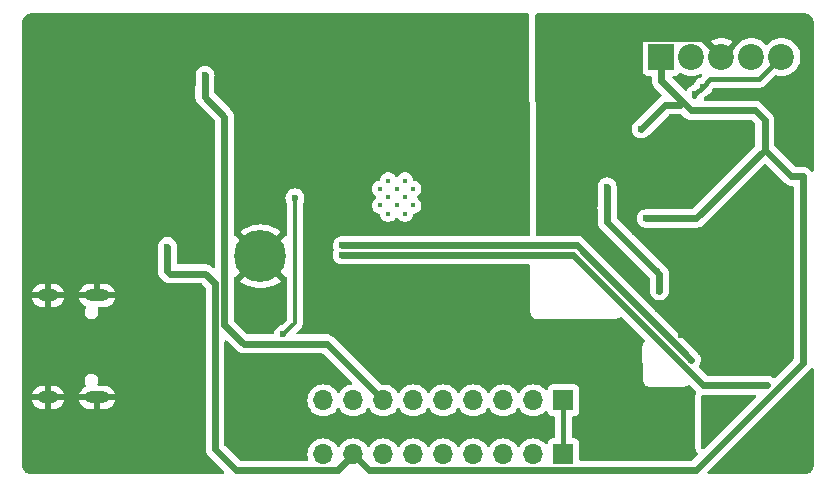
<source format=gbl>
G04 #@! TF.GenerationSoftware,KiCad,Pcbnew,8.0.5*
G04 #@! TF.CreationDate,2024-10-21T14:42:36+02:00*
G04 #@! TF.ProjectId,Master,4d617374-6572-42e6-9b69-6361645f7063,rev?*
G04 #@! TF.SameCoordinates,Original*
G04 #@! TF.FileFunction,Copper,L2,Bot*
G04 #@! TF.FilePolarity,Positive*
%FSLAX46Y46*%
G04 Gerber Fmt 4.6, Leading zero omitted, Abs format (unit mm)*
G04 Created by KiCad (PCBNEW 8.0.5) date 2024-10-21 14:42:36*
%MOMM*%
%LPD*%
G01*
G04 APERTURE LIST*
G04 #@! TA.AperFunction,ComponentPad*
%ADD10O,2.100000X1.000000*%
G04 #@! TD*
G04 #@! TA.AperFunction,ComponentPad*
%ADD11O,1.800000X1.000000*%
G04 #@! TD*
G04 #@! TA.AperFunction,ComponentPad*
%ADD12C,0.700000*%
G04 #@! TD*
G04 #@! TA.AperFunction,ComponentPad*
%ADD13C,4.400000*%
G04 #@! TD*
G04 #@! TA.AperFunction,ComponentPad*
%ADD14R,1.700000X1.700000*%
G04 #@! TD*
G04 #@! TA.AperFunction,ComponentPad*
%ADD15O,1.700000X1.700000*%
G04 #@! TD*
G04 #@! TA.AperFunction,ComponentPad*
%ADD16C,0.400000*%
G04 #@! TD*
G04 #@! TA.AperFunction,ComponentPad*
%ADD17R,2.200000X2.200000*%
G04 #@! TD*
G04 #@! TA.AperFunction,ComponentPad*
%ADD18C,2.200000*%
G04 #@! TD*
G04 #@! TA.AperFunction,ViaPad*
%ADD19C,0.600000*%
G04 #@! TD*
G04 #@! TA.AperFunction,Conductor*
%ADD20C,0.600000*%
G04 #@! TD*
G04 #@! TA.AperFunction,Conductor*
%ADD21C,0.400000*%
G04 #@! TD*
G04 #@! TA.AperFunction,Conductor*
%ADD22C,0.300000*%
G04 #@! TD*
G04 APERTURE END LIST*
D10*
X41848796Y-52374000D03*
D11*
X37668796Y-52374000D03*
D10*
X41848796Y-61014000D03*
D11*
X37668796Y-61014000D03*
D12*
X57316000Y-49074000D03*
X56832726Y-50240726D03*
X56832726Y-47907274D03*
X55666000Y-50724000D03*
D13*
X55666000Y-49074000D03*
D12*
X55666000Y-47424000D03*
X54499274Y-50240726D03*
X54499274Y-47907274D03*
X54016000Y-49074000D03*
D14*
X81320000Y-65838000D03*
D15*
X78780000Y-65838000D03*
X76240000Y-65838000D03*
X73700000Y-65838000D03*
X71160000Y-65838000D03*
X68620000Y-65838000D03*
X66080000Y-65838000D03*
X63540000Y-65838000D03*
X61000000Y-65838000D03*
D16*
X66495000Y-42660000D03*
X67895000Y-42660000D03*
X65795000Y-43360000D03*
X67195000Y-43360000D03*
X68595000Y-43360000D03*
X66495000Y-44060000D03*
X67895000Y-44060000D03*
X65795000Y-44760000D03*
X67195000Y-44760000D03*
X68595000Y-44760000D03*
X66495000Y-45460000D03*
X67895000Y-45460000D03*
D14*
X81320000Y-61266000D03*
D15*
X78780000Y-61266000D03*
X76240000Y-61266000D03*
X73700000Y-61266000D03*
X71160000Y-61266000D03*
X68620000Y-61266000D03*
X66080000Y-61266000D03*
X63540000Y-61266000D03*
X61000000Y-61266000D03*
D17*
X89620000Y-32200000D03*
D18*
X92160000Y-32200000D03*
X94700000Y-32200000D03*
X97240000Y-32200000D03*
X99780000Y-32200000D03*
D19*
X87900000Y-38275000D03*
X47792000Y-48250000D03*
X92496000Y-45850000D03*
X47792000Y-48880000D03*
X47792000Y-49530000D03*
X88330000Y-45850000D03*
X47792000Y-50220000D03*
X98375000Y-40050000D03*
X56936000Y-45772000D03*
X60746000Y-57964000D03*
X72430000Y-29262000D03*
X53888000Y-51741000D03*
X37886000Y-50090000D03*
X88703000Y-65838000D03*
X36362000Y-30024000D03*
X49207000Y-41282000D03*
X80812000Y-55170000D03*
X43220000Y-65584000D03*
X57190000Y-45137000D03*
X87993000Y-61705500D03*
X41650000Y-32225000D03*
X71160000Y-37898000D03*
X86400000Y-66092000D03*
X73192000Y-29262000D03*
X79796000Y-63552000D03*
X66080000Y-51360000D03*
X40426000Y-65584000D03*
X77764000Y-63552000D03*
X86500000Y-56375000D03*
X61600000Y-35700000D03*
X42375000Y-32225000D03*
X41950000Y-63044000D03*
X88432000Y-61266000D03*
X64810000Y-63552000D03*
X53888000Y-52630000D03*
X50840000Y-43232000D03*
X50840000Y-48566000D03*
X50078000Y-43232000D03*
X64556000Y-29262000D03*
X65925000Y-41550000D03*
X83360000Y-65840000D03*
X69382000Y-38914000D03*
X82300000Y-58350000D03*
X46500000Y-55315000D03*
X54523000Y-52122000D03*
X59984000Y-63552000D03*
X57571000Y-46026000D03*
X50314296Y-54062500D03*
X68366000Y-37644000D03*
X64048000Y-51360000D03*
X54650000Y-29262000D03*
X74970000Y-63552000D03*
X38394000Y-64314000D03*
X48275000Y-43150000D03*
X66625000Y-41575000D03*
X59984000Y-57964000D03*
X65150000Y-41550000D03*
X36616000Y-49328000D03*
X50173796Y-59234000D03*
X57190000Y-32056000D03*
X40850000Y-39875000D03*
X53888000Y-58472000D03*
X78526000Y-56948000D03*
X41696000Y-31040000D03*
X72430000Y-63552000D03*
X53888000Y-59488000D03*
X44900000Y-60193999D03*
X68620000Y-51360000D03*
X53126000Y-35104000D03*
X61590000Y-36450000D03*
X39050000Y-38300000D03*
X54396000Y-32056000D03*
X48649796Y-59996000D03*
X62270000Y-63552000D03*
X58968000Y-29262000D03*
X48275000Y-44025000D03*
X81574000Y-55170000D03*
X36616000Y-50598000D03*
X68112000Y-63552000D03*
X64750000Y-31700000D03*
X53634000Y-29262000D03*
X39900000Y-38300000D03*
X72075000Y-31925000D03*
X71668000Y-51360000D03*
X77764000Y-56694000D03*
X50840000Y-47804000D03*
X89448000Y-51106000D03*
X50950000Y-34850000D03*
X50975000Y-33750000D03*
X85020000Y-43994000D03*
X89448000Y-51995000D03*
X85020000Y-43192000D03*
X85006000Y-44970000D03*
X89199936Y-50349936D03*
X97875000Y-59975000D03*
X63475000Y-48950000D03*
X98575000Y-59975000D03*
X62585997Y-48950000D03*
X62606358Y-48150000D03*
X63500000Y-48150000D03*
X92150000Y-57825000D03*
X91700000Y-57375000D03*
X89321000Y-53519000D03*
X91480000Y-34342000D03*
X91250000Y-55700000D03*
X90972000Y-51614000D03*
X87416000Y-47042000D03*
X83860000Y-32564000D03*
X90718000Y-41454000D03*
X93004000Y-57202000D03*
X94782000Y-62028000D03*
X80558000Y-38406000D03*
X82590000Y-42978000D03*
X90420000Y-42900000D03*
X93766000Y-52884000D03*
X101132000Y-62282000D03*
X88432000Y-51868000D03*
X93766000Y-62028000D03*
X96052000Y-67108000D03*
X82336000Y-29262000D03*
X92115000Y-47804000D03*
X87416000Y-33072000D03*
X87416000Y-36374000D03*
X90718000Y-54154000D03*
X82590000Y-33072000D03*
X88075000Y-44775000D03*
X101767000Y-40311000D03*
X83606000Y-42978000D03*
X93680000Y-46410000D03*
X87416000Y-34596000D03*
X83098000Y-42216000D03*
X101894000Y-38533000D03*
X96179000Y-35358000D03*
X81066000Y-39168000D03*
X86654000Y-29262000D03*
X82590000Y-32056000D03*
X80304000Y-39168000D03*
X97068000Y-35358000D03*
X94020000Y-57202000D03*
X96052000Y-66346000D03*
X90718000Y-50217000D03*
X58587000Y-44125000D03*
X57612500Y-55687500D03*
X93131000Y-34723000D03*
X92496000Y-35358000D03*
D20*
X51815548Y-65389866D02*
X51815548Y-51365548D01*
X91200000Y-36250000D02*
X89925000Y-36250000D01*
X97541764Y-36716764D02*
X98375000Y-37550000D01*
X64890000Y-67188000D02*
X92518371Y-67188000D01*
X100600000Y-42275000D02*
X98375000Y-40050000D01*
X63540000Y-65838000D02*
X64890000Y-67188000D01*
X47792000Y-50344000D02*
X47792000Y-48312000D01*
X62190000Y-67188000D02*
X53613682Y-67188000D01*
X92496000Y-45850000D02*
X88330000Y-45850000D01*
X53613682Y-67188000D02*
X51815548Y-65389866D01*
X89620000Y-32200000D02*
X89620000Y-34195000D01*
X93650000Y-36716764D02*
X97541764Y-36716764D01*
X98375000Y-40050000D02*
X92575000Y-45850000D01*
X91437500Y-36012500D02*
X91200000Y-36250000D01*
X63341000Y-61266000D02*
X63540000Y-61266000D01*
X92518371Y-67188000D02*
X101600000Y-58106371D01*
X92575000Y-45850000D02*
X92496000Y-45850000D01*
X89620000Y-34195000D02*
X91437500Y-36012500D01*
X63540000Y-65838000D02*
X62190000Y-67188000D01*
X51815548Y-51365548D02*
X51000000Y-50550000D01*
X51000000Y-50550000D02*
X47998000Y-50550000D01*
X101600000Y-42275000D02*
X100600000Y-42275000D01*
X89925000Y-36250000D02*
X87900000Y-38275000D01*
X101600000Y-58106371D02*
X101600000Y-42275000D01*
X91437500Y-36012500D02*
X92125000Y-36700000D01*
X92166413Y-36716764D02*
X93650000Y-36716764D01*
X47998000Y-50550000D02*
X47792000Y-50344000D01*
X98375000Y-37550000D02*
X98375000Y-40050000D01*
X52618000Y-37243000D02*
X52618000Y-54868000D01*
X50950000Y-34850000D02*
X50975000Y-34825000D01*
X50950000Y-34850000D02*
X50950000Y-35575000D01*
X89448000Y-50598000D02*
X85020000Y-46170000D01*
X85020000Y-46170000D02*
X85020000Y-43994000D01*
X50975000Y-33750000D02*
X50975000Y-34625000D01*
X50950000Y-35575000D02*
X52618000Y-37243000D01*
X61301500Y-56487500D02*
X54237500Y-56487500D01*
X85020000Y-43994000D02*
X85020000Y-43192000D01*
X61301500Y-56487500D02*
X66080000Y-61266000D01*
X50975000Y-34825000D02*
X50975000Y-33750000D01*
X52618000Y-54868000D02*
X54237500Y-56487500D01*
X89448000Y-51995000D02*
X89448000Y-50598000D01*
D21*
X81320000Y-61266000D02*
X81320000Y-65838000D01*
D20*
X82143630Y-48950000D02*
X93168630Y-59975000D01*
X93168630Y-59975000D02*
X98575000Y-59975000D01*
X62585997Y-48950000D02*
X82143630Y-48950000D01*
X62606358Y-48150000D02*
X82475000Y-48150000D01*
X82475000Y-48150000D02*
X92150000Y-57825000D01*
X86400000Y-44756000D02*
X88056000Y-44756000D01*
X93100000Y-30600000D02*
X87850000Y-30600000D01*
X94700000Y-32200000D02*
X93100000Y-30600000D01*
X88056000Y-44756000D02*
X88075000Y-44775000D01*
X86225000Y-32225000D02*
X86225000Y-44581000D01*
X86225000Y-44581000D02*
X86400000Y-44756000D01*
X87850000Y-30600000D02*
X86225000Y-32225000D01*
D22*
X58587000Y-54713000D02*
X57612500Y-55687500D01*
X58587000Y-44125000D02*
X58587000Y-54713000D01*
X58587000Y-44125000D02*
X58562000Y-44100000D01*
D21*
X92496000Y-35358000D02*
X92369000Y-35485000D01*
X99780000Y-32200000D02*
X97892000Y-34088000D01*
X93766000Y-34088000D02*
X93131000Y-34723000D01*
X97892000Y-34088000D02*
X93766000Y-34088000D01*
X93131000Y-34723000D02*
X92496000Y-35358000D01*
G04 #@! TA.AperFunction,Conductor*
G36*
X102458363Y-58517561D02*
G01*
X102495082Y-58577005D01*
X102499500Y-58609810D01*
X102499500Y-66793907D01*
X102498903Y-66806062D01*
X102487256Y-66924311D01*
X102482514Y-66948151D01*
X102449798Y-67056002D01*
X102440495Y-67078461D01*
X102387370Y-67177849D01*
X102373866Y-67198059D01*
X102302369Y-67285179D01*
X102285179Y-67302369D01*
X102198059Y-67373866D01*
X102177849Y-67387370D01*
X102078461Y-67440495D01*
X102056002Y-67449798D01*
X101948151Y-67482514D01*
X101924311Y-67487256D01*
X101837215Y-67495834D01*
X101806060Y-67498903D01*
X101793907Y-67499500D01*
X93638311Y-67499500D01*
X93571272Y-67479815D01*
X93525517Y-67427011D01*
X93515573Y-67357853D01*
X93544598Y-67294297D01*
X93550630Y-67287819D01*
X102221786Y-58616663D01*
X102221789Y-58616660D01*
X102272398Y-58540919D01*
X102326010Y-58496114D01*
X102395335Y-58487407D01*
X102458363Y-58517561D01*
G37*
G04 #@! TD.AperFunction*
G04 #@! TA.AperFunction,Conductor*
G36*
X97566470Y-60795185D02*
G01*
X97612225Y-60847989D01*
X97622169Y-60917147D01*
X97593144Y-60980703D01*
X97587112Y-60987181D01*
X93215681Y-65358612D01*
X93154358Y-65392097D01*
X93084666Y-65387113D01*
X93028733Y-65345241D01*
X93004316Y-65279777D01*
X93004000Y-65270931D01*
X93004000Y-60899500D01*
X93023685Y-60832461D01*
X93076489Y-60786706D01*
X93128000Y-60775500D01*
X97499431Y-60775500D01*
X97566470Y-60795185D01*
G37*
G04 #@! TD.AperFunction*
G04 #@! TA.AperFunction,Conductor*
G36*
X101806063Y-28499624D02*
G01*
X101920939Y-28510940D01*
X101924310Y-28511272D01*
X101948151Y-28516015D01*
X102055990Y-28548728D01*
X102078447Y-28558030D01*
X102177840Y-28611157D01*
X102198052Y-28624662D01*
X102285164Y-28696154D01*
X102302354Y-28713344D01*
X102373848Y-28800463D01*
X102387352Y-28820674D01*
X102440476Y-28920065D01*
X102449778Y-28942524D01*
X102482489Y-29050366D01*
X102487231Y-29074208D01*
X102498902Y-29192738D01*
X102499499Y-29204891D01*
X102499498Y-29273031D01*
X102499500Y-29273060D01*
X102499500Y-41771560D01*
X102479815Y-41838599D01*
X102427011Y-41884354D01*
X102357853Y-41894298D01*
X102294297Y-41865273D01*
X102272398Y-41840451D01*
X102221789Y-41764711D01*
X102221786Y-41764707D01*
X102110292Y-41653213D01*
X102110288Y-41653210D01*
X101979185Y-41565609D01*
X101979172Y-41565602D01*
X101833501Y-41505264D01*
X101833489Y-41505261D01*
X101678845Y-41474500D01*
X101678842Y-41474500D01*
X100982940Y-41474500D01*
X100915901Y-41454815D01*
X100895259Y-41438181D01*
X99211819Y-39754741D01*
X99178334Y-39693418D01*
X99175500Y-39667060D01*
X99175500Y-37471157D01*
X99173262Y-37459908D01*
X99166549Y-37426158D01*
X99144738Y-37316503D01*
X99084394Y-37170821D01*
X99084392Y-37170818D01*
X99084390Y-37170814D01*
X98996789Y-37039711D01*
X98996786Y-37039707D01*
X98052056Y-36094977D01*
X98052052Y-36094974D01*
X97920949Y-36007373D01*
X97920936Y-36007366D01*
X97775265Y-35947028D01*
X97775253Y-35947025D01*
X97620609Y-35916264D01*
X97620606Y-35916264D01*
X93728842Y-35916264D01*
X93314989Y-35916264D01*
X93247950Y-35896579D01*
X93202195Y-35843775D01*
X93192251Y-35774617D01*
X93209996Y-35726291D01*
X93221788Y-35707524D01*
X93221789Y-35707521D01*
X93249540Y-35628212D01*
X93258007Y-35604013D01*
X93287365Y-35557290D01*
X93330290Y-35514365D01*
X93377013Y-35485007D01*
X93480522Y-35448789D01*
X93633262Y-35352816D01*
X93760816Y-35225262D01*
X93856789Y-35072522D01*
X93893006Y-34969016D01*
X93922368Y-34922288D01*
X94019840Y-34824818D01*
X94081163Y-34791334D01*
X94107520Y-34788500D01*
X97960996Y-34788500D01*
X98052040Y-34770389D01*
X98096328Y-34761580D01*
X98160069Y-34735177D01*
X98223807Y-34708777D01*
X98223808Y-34708776D01*
X98223811Y-34708775D01*
X98338543Y-34632114D01*
X99202445Y-33768210D01*
X99263766Y-33734727D01*
X99319069Y-33735318D01*
X99528852Y-33785683D01*
X99780000Y-33805449D01*
X100031148Y-33785683D01*
X100276111Y-33726873D01*
X100508859Y-33630466D01*
X100723659Y-33498836D01*
X100915224Y-33335224D01*
X101078836Y-33143659D01*
X101210466Y-32928859D01*
X101306873Y-32696111D01*
X101365683Y-32451148D01*
X101385449Y-32200000D01*
X101365683Y-31948852D01*
X101306873Y-31703889D01*
X101210466Y-31471141D01*
X101210466Y-31471140D01*
X101078839Y-31256346D01*
X101078838Y-31256343D01*
X100988755Y-31150870D01*
X100915224Y-31064776D01*
X100751206Y-30924691D01*
X100723656Y-30901161D01*
X100723653Y-30901160D01*
X100508859Y-30769533D01*
X100276110Y-30673126D01*
X100031151Y-30614317D01*
X99780000Y-30594551D01*
X99528848Y-30614317D01*
X99283889Y-30673126D01*
X99051140Y-30769533D01*
X98836346Y-30901160D01*
X98836343Y-30901161D01*
X98644776Y-31064776D01*
X98604290Y-31112179D01*
X98545783Y-31150372D01*
X98475915Y-31150870D01*
X98416869Y-31113516D01*
X98415710Y-31112179D01*
X98375224Y-31064776D01*
X98211206Y-30924691D01*
X98183656Y-30901161D01*
X98183653Y-30901160D01*
X97968859Y-30769533D01*
X97736110Y-30673126D01*
X97491151Y-30614317D01*
X97240000Y-30594551D01*
X96988848Y-30614317D01*
X96743889Y-30673126D01*
X96511140Y-30769533D01*
X96296346Y-30901160D01*
X96296343Y-30901161D01*
X96104776Y-31064776D01*
X95941166Y-31256338D01*
X95860126Y-31388581D01*
X95842080Y-31411471D01*
X95223787Y-32029763D01*
X95212518Y-31987708D01*
X95140110Y-31862292D01*
X95037708Y-31759890D01*
X94912292Y-31687482D01*
X94870234Y-31676212D01*
X95644179Y-30902266D01*
X95643362Y-30901568D01*
X95428631Y-30769980D01*
X95195956Y-30673603D01*
X94951072Y-30614812D01*
X94700000Y-30595052D01*
X94448927Y-30614812D01*
X94204043Y-30673603D01*
X93971368Y-30769980D01*
X93756637Y-30901567D01*
X93755819Y-30902266D01*
X94529765Y-31676212D01*
X94487708Y-31687482D01*
X94362292Y-31759890D01*
X94259890Y-31862292D01*
X94187482Y-31987708D01*
X94176212Y-32029765D01*
X93557919Y-31411472D01*
X93539876Y-31388586D01*
X93458836Y-31256341D01*
X93295224Y-31064776D01*
X93131206Y-30924691D01*
X93103656Y-30901161D01*
X93103653Y-30901160D01*
X92888859Y-30769533D01*
X92656110Y-30673126D01*
X92411151Y-30614317D01*
X92160000Y-30594551D01*
X91908848Y-30614317D01*
X91663889Y-30673126D01*
X91431140Y-30769533D01*
X91298983Y-30850520D01*
X91231537Y-30868765D01*
X91164935Y-30847649D01*
X91134927Y-30819104D01*
X91077547Y-30742455D01*
X91077544Y-30742452D01*
X90962335Y-30656206D01*
X90962328Y-30656202D01*
X90827482Y-30605908D01*
X90827483Y-30605908D01*
X90767883Y-30599501D01*
X90767881Y-30599500D01*
X90767873Y-30599500D01*
X90767864Y-30599500D01*
X88472129Y-30599500D01*
X88472123Y-30599501D01*
X88412516Y-30605908D01*
X88277671Y-30656202D01*
X88277664Y-30656206D01*
X88162455Y-30742452D01*
X88162452Y-30742455D01*
X88076206Y-30857664D01*
X88076202Y-30857671D01*
X88025908Y-30992517D01*
X88019501Y-31052116D01*
X88019500Y-31052135D01*
X88019500Y-33347870D01*
X88019501Y-33347876D01*
X88025908Y-33407483D01*
X88076202Y-33542328D01*
X88076206Y-33542335D01*
X88162452Y-33657544D01*
X88162455Y-33657547D01*
X88277664Y-33743793D01*
X88277671Y-33743797D01*
X88322618Y-33760561D01*
X88412517Y-33794091D01*
X88472127Y-33800500D01*
X88695500Y-33800499D01*
X88762539Y-33820183D01*
X88808294Y-33872987D01*
X88819500Y-33924499D01*
X88819500Y-34273846D01*
X88850261Y-34428489D01*
X88850264Y-34428501D01*
X88910602Y-34574172D01*
X88910609Y-34574185D01*
X88998210Y-34705288D01*
X88998213Y-34705292D01*
X89618036Y-35325114D01*
X89651521Y-35386437D01*
X89646537Y-35456128D01*
X89604666Y-35512062D01*
X89577809Y-35527356D01*
X89545820Y-35540606D01*
X89545814Y-35540609D01*
X89414712Y-35628209D01*
X89414710Y-35628212D01*
X87270186Y-37772735D01*
X87270180Y-37772742D01*
X87229092Y-37838132D01*
X87227204Y-37841047D01*
X87190604Y-37895824D01*
X87190600Y-37895832D01*
X87190266Y-37896639D01*
X87180713Y-37915127D01*
X87174212Y-37925474D01*
X87174210Y-37925477D01*
X87152982Y-37986140D01*
X87150504Y-37992631D01*
X87130264Y-38041496D01*
X87130263Y-38041502D01*
X87127550Y-38055140D01*
X87122975Y-38071898D01*
X87114634Y-38095735D01*
X87114632Y-38095742D01*
X87108890Y-38146696D01*
X87107288Y-38156994D01*
X87099500Y-38196152D01*
X87099500Y-38223085D01*
X87098720Y-38236969D01*
X87094435Y-38274998D01*
X87094435Y-38275001D01*
X87098720Y-38313029D01*
X87099500Y-38326914D01*
X87099500Y-38353844D01*
X87107288Y-38393003D01*
X87108890Y-38403303D01*
X87114632Y-38454252D01*
X87114633Y-38454260D01*
X87122976Y-38478104D01*
X87127550Y-38494860D01*
X87130262Y-38508496D01*
X87150509Y-38557377D01*
X87152988Y-38563872D01*
X87174212Y-38624524D01*
X87180709Y-38634865D01*
X87190268Y-38653365D01*
X87190603Y-38654173D01*
X87190605Y-38654179D01*
X87227223Y-38708982D01*
X87229114Y-38711900D01*
X87270180Y-38777257D01*
X87270182Y-38777260D01*
X87270184Y-38777262D01*
X87397738Y-38904816D01*
X87463096Y-38945883D01*
X87463131Y-38945905D01*
X87466040Y-38947790D01*
X87520821Y-38984394D01*
X87521606Y-38984719D01*
X87540134Y-38994289D01*
X87550478Y-39000789D01*
X87611175Y-39022028D01*
X87617607Y-39024484D01*
X87646021Y-39036253D01*
X87666497Y-39044735D01*
X87666498Y-39044735D01*
X87666503Y-39044737D01*
X87680139Y-39047449D01*
X87696898Y-39052023D01*
X87720745Y-39060368D01*
X87771714Y-39066110D01*
X87781992Y-39067709D01*
X87809140Y-39073109D01*
X87821157Y-39075500D01*
X87821158Y-39075500D01*
X87848085Y-39075500D01*
X87861969Y-39076280D01*
X87899998Y-39080565D01*
X87900000Y-39080565D01*
X87900002Y-39080565D01*
X87938031Y-39076280D01*
X87951915Y-39075500D01*
X87978841Y-39075500D01*
X87978842Y-39075500D01*
X88018017Y-39067707D01*
X88028283Y-39066110D01*
X88079255Y-39060368D01*
X88103100Y-39052023D01*
X88119862Y-39047448D01*
X88133497Y-39044737D01*
X88182389Y-39024484D01*
X88188837Y-39022023D01*
X88249522Y-39000789D01*
X88259868Y-38994287D01*
X88278390Y-38984720D01*
X88279179Y-38984394D01*
X88333987Y-38947771D01*
X88336825Y-38945931D01*
X88402262Y-38904816D01*
X88529816Y-38777262D01*
X90220259Y-37086819D01*
X90281582Y-37053334D01*
X90307940Y-37050500D01*
X91278839Y-37050500D01*
X91278842Y-37050500D01*
X91278844Y-37050499D01*
X91279265Y-37050458D01*
X91279486Y-37050500D01*
X91284934Y-37050500D01*
X91284934Y-37051533D01*
X91347911Y-37063476D01*
X91379102Y-37086180D01*
X91614707Y-37321786D01*
X91614711Y-37321789D01*
X91745814Y-37409390D01*
X91745823Y-37409395D01*
X91893734Y-37470661D01*
X91900642Y-37473132D01*
X91932916Y-37486501D01*
X92087566Y-37517263D01*
X92087569Y-37517264D01*
X92087571Y-37517264D01*
X93571158Y-37517264D01*
X97158824Y-37517264D01*
X97225863Y-37536949D01*
X97246505Y-37553583D01*
X97538181Y-37845259D01*
X97571666Y-37906582D01*
X97574500Y-37932940D01*
X97574500Y-39667060D01*
X97554815Y-39734099D01*
X97538181Y-39754741D01*
X92279741Y-45013181D01*
X92218418Y-45046666D01*
X92192060Y-45049500D01*
X88381915Y-45049500D01*
X88368031Y-45048720D01*
X88330002Y-45044435D01*
X88329998Y-45044435D01*
X88291969Y-45048720D01*
X88278085Y-45049500D01*
X88251152Y-45049500D01*
X88211994Y-45057288D01*
X88201696Y-45058890D01*
X88150742Y-45064632D01*
X88150735Y-45064634D01*
X88126898Y-45072975D01*
X88110140Y-45077550D01*
X88096502Y-45080263D01*
X88096496Y-45080264D01*
X88047631Y-45100504D01*
X88041140Y-45102982D01*
X87980477Y-45124210D01*
X87980474Y-45124212D01*
X87970127Y-45130713D01*
X87951639Y-45140266D01*
X87950832Y-45140600D01*
X87950824Y-45140604D01*
X87896047Y-45177204D01*
X87893132Y-45179092D01*
X87827742Y-45220180D01*
X87827735Y-45220186D01*
X87700186Y-45347735D01*
X87700180Y-45347742D01*
X87659092Y-45413132D01*
X87657204Y-45416047D01*
X87620604Y-45470824D01*
X87620600Y-45470832D01*
X87620266Y-45471639D01*
X87610713Y-45490127D01*
X87604212Y-45500474D01*
X87604210Y-45500477D01*
X87582982Y-45561140D01*
X87580504Y-45567631D01*
X87560264Y-45616496D01*
X87560263Y-45616502D01*
X87557550Y-45630140D01*
X87552975Y-45646898D01*
X87544634Y-45670735D01*
X87544632Y-45670742D01*
X87538890Y-45721696D01*
X87537288Y-45731994D01*
X87529500Y-45771152D01*
X87529500Y-45798085D01*
X87528720Y-45811969D01*
X87524435Y-45849998D01*
X87524435Y-45850001D01*
X87528720Y-45888029D01*
X87529500Y-45901914D01*
X87529500Y-45928844D01*
X87537288Y-45968003D01*
X87538890Y-45978303D01*
X87544632Y-46029252D01*
X87544633Y-46029260D01*
X87552976Y-46053104D01*
X87557550Y-46069860D01*
X87560262Y-46083496D01*
X87580509Y-46132377D01*
X87582988Y-46138872D01*
X87604212Y-46199524D01*
X87610709Y-46209865D01*
X87620268Y-46228365D01*
X87620603Y-46229173D01*
X87620605Y-46229179D01*
X87657223Y-46283982D01*
X87659114Y-46286900D01*
X87700180Y-46352257D01*
X87700182Y-46352260D01*
X87700184Y-46352262D01*
X87827738Y-46479816D01*
X87893131Y-46520905D01*
X87896040Y-46522790D01*
X87950821Y-46559394D01*
X87951606Y-46559719D01*
X87970134Y-46569289D01*
X87980478Y-46575789D01*
X88041175Y-46597028D01*
X88047607Y-46599484D01*
X88076021Y-46611253D01*
X88096497Y-46619735D01*
X88096498Y-46619735D01*
X88096503Y-46619737D01*
X88110139Y-46622449D01*
X88126898Y-46627023D01*
X88150745Y-46635368D01*
X88201714Y-46641110D01*
X88211992Y-46642709D01*
X88239140Y-46648109D01*
X88251157Y-46650500D01*
X88251158Y-46650500D01*
X88278085Y-46650500D01*
X88291969Y-46651280D01*
X88329998Y-46655565D01*
X88330000Y-46655565D01*
X88330002Y-46655565D01*
X88368031Y-46651280D01*
X88381915Y-46650500D01*
X92417158Y-46650500D01*
X92444085Y-46650500D01*
X92457969Y-46651280D01*
X92495998Y-46655565D01*
X92496000Y-46655565D01*
X92496002Y-46655565D01*
X92534031Y-46651280D01*
X92547915Y-46650500D01*
X92653844Y-46650500D01*
X92653845Y-46650499D01*
X92808497Y-46619737D01*
X92954179Y-46559394D01*
X93085289Y-46471789D01*
X98287319Y-41269759D01*
X98348642Y-41236274D01*
X98418334Y-41241258D01*
X98462681Y-41269759D01*
X99978211Y-42785289D01*
X100035396Y-42842474D01*
X100089712Y-42896790D01*
X100220814Y-42984390D01*
X100220827Y-42984397D01*
X100343435Y-43035182D01*
X100366503Y-43044737D01*
X100366507Y-43044737D01*
X100366508Y-43044738D01*
X100521154Y-43075500D01*
X100521157Y-43075500D01*
X100521158Y-43075500D01*
X100675500Y-43075500D01*
X100742539Y-43095185D01*
X100788294Y-43147989D01*
X100799500Y-43199500D01*
X100799500Y-57723430D01*
X100779815Y-57790469D01*
X100763181Y-57811111D01*
X99240096Y-59334195D01*
X99178773Y-59367680D01*
X99109081Y-59362696D01*
X99083561Y-59348249D01*
X99083160Y-59348889D01*
X99011900Y-59304114D01*
X99008982Y-59302223D01*
X98954179Y-59265605D01*
X98954173Y-59265603D01*
X98953365Y-59265268D01*
X98934865Y-59255709D01*
X98924524Y-59249212D01*
X98924523Y-59249211D01*
X98924522Y-59249211D01*
X98863867Y-59227986D01*
X98857377Y-59225509D01*
X98808496Y-59205262D01*
X98794860Y-59202550D01*
X98778104Y-59197976D01*
X98754260Y-59189633D01*
X98754256Y-59189632D01*
X98754255Y-59189632D01*
X98733575Y-59187301D01*
X98703303Y-59183890D01*
X98693003Y-59182288D01*
X98653844Y-59174500D01*
X98653842Y-59174500D01*
X98626915Y-59174500D01*
X98613031Y-59173720D01*
X98575002Y-59169435D01*
X98574998Y-59169435D01*
X98536969Y-59173720D01*
X98523085Y-59174500D01*
X97926915Y-59174500D01*
X97913031Y-59173720D01*
X97875002Y-59169435D01*
X97874998Y-59169435D01*
X97836969Y-59173720D01*
X97823085Y-59174500D01*
X93551570Y-59174500D01*
X93484531Y-59154815D01*
X93463889Y-59138181D01*
X92800792Y-58475084D01*
X92767307Y-58413761D01*
X92772291Y-58344069D01*
X92783475Y-58321437D01*
X92820942Y-58261809D01*
X92822778Y-58258977D01*
X92859393Y-58204179D01*
X92859719Y-58203389D01*
X92869293Y-58184859D01*
X92875789Y-58174522D01*
X92897017Y-58113852D01*
X92899493Y-58107368D01*
X92919737Y-58058497D01*
X92922450Y-58044852D01*
X92927020Y-58028107D01*
X92935368Y-58004255D01*
X92941110Y-57953283D01*
X92942707Y-57943017D01*
X92950500Y-57903842D01*
X92950500Y-57876914D01*
X92951280Y-57863029D01*
X92955565Y-57825001D01*
X92955565Y-57824998D01*
X92951280Y-57786969D01*
X92950500Y-57773085D01*
X92950500Y-57746156D01*
X92945979Y-57723430D01*
X92942709Y-57706991D01*
X92941110Y-57696713D01*
X92935368Y-57645745D01*
X92927023Y-57621898D01*
X92922449Y-57605139D01*
X92919737Y-57591503D01*
X92919735Y-57591498D01*
X92919734Y-57591494D01*
X92899492Y-57542627D01*
X92897022Y-57536160D01*
X92875789Y-57475478D01*
X92869288Y-57465132D01*
X92859720Y-57446611D01*
X92859393Y-57445821D01*
X92822794Y-57391046D01*
X92820909Y-57388137D01*
X92779816Y-57322738D01*
X92652262Y-57195184D01*
X82985292Y-47528213D01*
X82985288Y-47528210D01*
X82854185Y-47440609D01*
X82854172Y-47440602D01*
X82708501Y-47380264D01*
X82708489Y-47380261D01*
X82553845Y-47349500D01*
X82553842Y-47349500D01*
X79132563Y-47349500D01*
X79065524Y-47329815D01*
X79019769Y-47277011D01*
X79008564Y-47225973D01*
X78999966Y-44969997D01*
X84200435Y-44969997D01*
X84200435Y-44970002D01*
X84209392Y-45049500D01*
X84215289Y-45101838D01*
X84218720Y-45132284D01*
X84219500Y-45146168D01*
X84219500Y-46248846D01*
X84250261Y-46403489D01*
X84250264Y-46403501D01*
X84310602Y-46549172D01*
X84310609Y-46549185D01*
X84398210Y-46680288D01*
X84398213Y-46680292D01*
X88611181Y-50893259D01*
X88644666Y-50954582D01*
X88647500Y-50980940D01*
X88647500Y-51054085D01*
X88646720Y-51067969D01*
X88642435Y-51105998D01*
X88642435Y-51106001D01*
X88646720Y-51144029D01*
X88647500Y-51157914D01*
X88647500Y-51943085D01*
X88646720Y-51956969D01*
X88642435Y-51994998D01*
X88642435Y-51995001D01*
X88646720Y-52033029D01*
X88647500Y-52046914D01*
X88647500Y-52073844D01*
X88655288Y-52113003D01*
X88656890Y-52123303D01*
X88662632Y-52174252D01*
X88662633Y-52174260D01*
X88670976Y-52198104D01*
X88675550Y-52214860D01*
X88678262Y-52228496D01*
X88698509Y-52277377D01*
X88700988Y-52283872D01*
X88722212Y-52344524D01*
X88728709Y-52354865D01*
X88738268Y-52373365D01*
X88738603Y-52374173D01*
X88738605Y-52374179D01*
X88775223Y-52428982D01*
X88777114Y-52431900D01*
X88818180Y-52497257D01*
X88818182Y-52497260D01*
X88818184Y-52497262D01*
X88945738Y-52624816D01*
X89011096Y-52665883D01*
X89011131Y-52665905D01*
X89014040Y-52667790D01*
X89068821Y-52704394D01*
X89069606Y-52704719D01*
X89088134Y-52714289D01*
X89098478Y-52720789D01*
X89159175Y-52742028D01*
X89165607Y-52744484D01*
X89194021Y-52756253D01*
X89214497Y-52764735D01*
X89214498Y-52764735D01*
X89214503Y-52764737D01*
X89228139Y-52767449D01*
X89244898Y-52772023D01*
X89268745Y-52780368D01*
X89319714Y-52786110D01*
X89329992Y-52787709D01*
X89357140Y-52793109D01*
X89369157Y-52795500D01*
X89369158Y-52795500D01*
X89396085Y-52795500D01*
X89409969Y-52796280D01*
X89447998Y-52800565D01*
X89448000Y-52800565D01*
X89448002Y-52800565D01*
X89486031Y-52796280D01*
X89499915Y-52795500D01*
X89526841Y-52795500D01*
X89526842Y-52795500D01*
X89566017Y-52787707D01*
X89576283Y-52786110D01*
X89627255Y-52780368D01*
X89651100Y-52772023D01*
X89667862Y-52767448D01*
X89681497Y-52764737D01*
X89730389Y-52744484D01*
X89736837Y-52742023D01*
X89797522Y-52720789D01*
X89807868Y-52714287D01*
X89826390Y-52704720D01*
X89827179Y-52704394D01*
X89881987Y-52667771D01*
X89884825Y-52665931D01*
X89950262Y-52624816D01*
X90077816Y-52497262D01*
X90118931Y-52431825D01*
X90120777Y-52428979D01*
X90157389Y-52374186D01*
X90157394Y-52374179D01*
X90157720Y-52373390D01*
X90167287Y-52354868D01*
X90173789Y-52344522D01*
X90195023Y-52283837D01*
X90197490Y-52277377D01*
X90217737Y-52228497D01*
X90220449Y-52214860D01*
X90225023Y-52198100D01*
X90233368Y-52174255D01*
X90239110Y-52123283D01*
X90240707Y-52113017D01*
X90248500Y-52073842D01*
X90248500Y-52046914D01*
X90249280Y-52033029D01*
X90253565Y-51995001D01*
X90253565Y-51994998D01*
X90249280Y-51956969D01*
X90248500Y-51943085D01*
X90248500Y-51157914D01*
X90249280Y-51144029D01*
X90253565Y-51106001D01*
X90253565Y-51105998D01*
X90249280Y-51067969D01*
X90248500Y-51054085D01*
X90248500Y-50519157D01*
X90248499Y-50519154D01*
X90220862Y-50380211D01*
X90217738Y-50364503D01*
X90157394Y-50218821D01*
X90157392Y-50218818D01*
X90157390Y-50218814D01*
X90069789Y-50087711D01*
X90069786Y-50087707D01*
X85856819Y-45874740D01*
X85823334Y-45813417D01*
X85820500Y-45787059D01*
X85820500Y-44045914D01*
X85821280Y-44032029D01*
X85825565Y-43994001D01*
X85825565Y-43993998D01*
X85821280Y-43955969D01*
X85820500Y-43942085D01*
X85820500Y-43243914D01*
X85821280Y-43230029D01*
X85825565Y-43192001D01*
X85825565Y-43191998D01*
X85821280Y-43153969D01*
X85820500Y-43140085D01*
X85820500Y-43113157D01*
X85812711Y-43074003D01*
X85811110Y-43063714D01*
X85805368Y-43012745D01*
X85797023Y-42988898D01*
X85792449Y-42972139D01*
X85789737Y-42958503D01*
X85789734Y-42958496D01*
X85781253Y-42938021D01*
X85769484Y-42909607D01*
X85767028Y-42903175D01*
X85745789Y-42842478D01*
X85739289Y-42832134D01*
X85729719Y-42813606D01*
X85729394Y-42812821D01*
X85692790Y-42758040D01*
X85690905Y-42755131D01*
X85649816Y-42689738D01*
X85522262Y-42562184D01*
X85522260Y-42562182D01*
X85522257Y-42562180D01*
X85456900Y-42521114D01*
X85453982Y-42519223D01*
X85399179Y-42482605D01*
X85399173Y-42482603D01*
X85398365Y-42482268D01*
X85379865Y-42472709D01*
X85369524Y-42466212D01*
X85369523Y-42466211D01*
X85369522Y-42466211D01*
X85308867Y-42444986D01*
X85302377Y-42442509D01*
X85253496Y-42422262D01*
X85239860Y-42419550D01*
X85223104Y-42414976D01*
X85199260Y-42406633D01*
X85199256Y-42406632D01*
X85199255Y-42406632D01*
X85178575Y-42404301D01*
X85148303Y-42400890D01*
X85138003Y-42399288D01*
X85098844Y-42391500D01*
X85098842Y-42391500D01*
X85071915Y-42391500D01*
X85058031Y-42390720D01*
X85020002Y-42386435D01*
X85019998Y-42386435D01*
X84981969Y-42390720D01*
X84968085Y-42391500D01*
X84941152Y-42391500D01*
X84901994Y-42399288D01*
X84891696Y-42400890D01*
X84840742Y-42406632D01*
X84840735Y-42406634D01*
X84816898Y-42414975D01*
X84800140Y-42419550D01*
X84786502Y-42422263D01*
X84786496Y-42422264D01*
X84737631Y-42442504D01*
X84731140Y-42444982D01*
X84670477Y-42466210D01*
X84670474Y-42466212D01*
X84660127Y-42472713D01*
X84641639Y-42482266D01*
X84640832Y-42482600D01*
X84640824Y-42482604D01*
X84586047Y-42519204D01*
X84583132Y-42521092D01*
X84517742Y-42562180D01*
X84517735Y-42562186D01*
X84390186Y-42689735D01*
X84390180Y-42689742D01*
X84349092Y-42755132D01*
X84347204Y-42758047D01*
X84310604Y-42812824D01*
X84310600Y-42812832D01*
X84310266Y-42813639D01*
X84300713Y-42832127D01*
X84294212Y-42842474D01*
X84294210Y-42842477D01*
X84272982Y-42903140D01*
X84270504Y-42909631D01*
X84250264Y-42958496D01*
X84250263Y-42958502D01*
X84247550Y-42972140D01*
X84242975Y-42988898D01*
X84234634Y-43012735D01*
X84234632Y-43012742D01*
X84228890Y-43063696D01*
X84227288Y-43073994D01*
X84219500Y-43113152D01*
X84219500Y-43140085D01*
X84218720Y-43153969D01*
X84214435Y-43191998D01*
X84214435Y-43192001D01*
X84218720Y-43230029D01*
X84219500Y-43243914D01*
X84219500Y-43942085D01*
X84218720Y-43955969D01*
X84214435Y-43993998D01*
X84214435Y-43994001D01*
X84218720Y-44032029D01*
X84219500Y-44045914D01*
X84219500Y-44793830D01*
X84218720Y-44807714D01*
X84200435Y-44969997D01*
X78999966Y-44969997D01*
X78993218Y-43199500D01*
X78937667Y-28624006D01*
X78957096Y-28556896D01*
X79009725Y-28510940D01*
X79061658Y-28499538D01*
X101793910Y-28499028D01*
X101806063Y-28499624D01*
G37*
G04 #@! TD.AperFunction*
G04 #@! TA.AperFunction,Conductor*
G36*
X91298983Y-33549479D02*
G01*
X91431140Y-33630466D01*
X91596573Y-33698990D01*
X91663889Y-33726873D01*
X91908852Y-33785683D01*
X92160000Y-33805449D01*
X92411148Y-33785683D01*
X92656111Y-33726873D01*
X92888859Y-33630466D01*
X92888869Y-33630459D01*
X92892669Y-33628524D01*
X92961337Y-33615620D01*
X93026080Y-33641888D01*
X93066344Y-33698990D01*
X93069345Y-33768795D01*
X93036658Y-33826683D01*
X92931709Y-33931632D01*
X92884984Y-33960992D01*
X92781476Y-33997211D01*
X92781475Y-33997212D01*
X92628737Y-34093184D01*
X92501184Y-34220737D01*
X92405212Y-34373475D01*
X92405211Y-34373476D01*
X92368992Y-34476984D01*
X92339632Y-34523709D01*
X92296709Y-34566632D01*
X92249984Y-34595992D01*
X92146476Y-34632211D01*
X92146475Y-34632212D01*
X91993737Y-34728184D01*
X91866184Y-34855737D01*
X91773965Y-35002503D01*
X91721630Y-35048794D01*
X91652576Y-35059442D01*
X91588728Y-35031067D01*
X91581290Y-35024212D01*
X90569258Y-34012180D01*
X90535773Y-33950857D01*
X90540757Y-33881165D01*
X90582629Y-33825232D01*
X90648093Y-33800815D01*
X90656939Y-33800499D01*
X90767871Y-33800499D01*
X90767872Y-33800499D01*
X90827483Y-33794091D01*
X90962331Y-33743796D01*
X91077546Y-33657546D01*
X91134928Y-33580893D01*
X91190860Y-33539024D01*
X91260552Y-33534040D01*
X91298983Y-33549479D01*
G37*
G04 #@! TD.AperFunction*
G04 #@! TA.AperFunction,Conductor*
G36*
X78375198Y-28519238D02*
G01*
X78420954Y-28572041D01*
X78432160Y-28623082D01*
X78487722Y-43201427D01*
X78494463Y-44969997D01*
X78494463Y-44970017D01*
X78494470Y-44971913D01*
X78503057Y-47225027D01*
X78483628Y-47292141D01*
X78430999Y-47338097D01*
X78379058Y-47349500D01*
X63551915Y-47349500D01*
X63538031Y-47348720D01*
X63500002Y-47344435D01*
X63499998Y-47344435D01*
X63461969Y-47348720D01*
X63448085Y-47349500D01*
X62658273Y-47349500D01*
X62644389Y-47348720D01*
X62606360Y-47344435D01*
X62606356Y-47344435D01*
X62568327Y-47348720D01*
X62554443Y-47349500D01*
X62527510Y-47349500D01*
X62488352Y-47357288D01*
X62478054Y-47358890D01*
X62427100Y-47364632D01*
X62427093Y-47364634D01*
X62403256Y-47372975D01*
X62386498Y-47377550D01*
X62372860Y-47380263D01*
X62372854Y-47380264D01*
X62323989Y-47400504D01*
X62317498Y-47402982D01*
X62256835Y-47424210D01*
X62256832Y-47424212D01*
X62246485Y-47430713D01*
X62227997Y-47440266D01*
X62227190Y-47440600D01*
X62227182Y-47440604D01*
X62172405Y-47477204D01*
X62169490Y-47479092D01*
X62104100Y-47520180D01*
X62104093Y-47520186D01*
X61976544Y-47647735D01*
X61976538Y-47647742D01*
X61935450Y-47713132D01*
X61933562Y-47716047D01*
X61896962Y-47770824D01*
X61896958Y-47770832D01*
X61896624Y-47771639D01*
X61887071Y-47790127D01*
X61880570Y-47800474D01*
X61880568Y-47800477D01*
X61859340Y-47861140D01*
X61856862Y-47867631D01*
X61836622Y-47916496D01*
X61836621Y-47916502D01*
X61833908Y-47930140D01*
X61829333Y-47946898D01*
X61820992Y-47970735D01*
X61820990Y-47970742D01*
X61815248Y-48021696D01*
X61813646Y-48031994D01*
X61805858Y-48071152D01*
X61805858Y-48098085D01*
X61805078Y-48111969D01*
X61800793Y-48149998D01*
X61800793Y-48150001D01*
X61805078Y-48188029D01*
X61805858Y-48201914D01*
X61805858Y-48228844D01*
X61813646Y-48268003D01*
X61815248Y-48278303D01*
X61820990Y-48329252D01*
X61820991Y-48329260D01*
X61829334Y-48353104D01*
X61833908Y-48369860D01*
X61836620Y-48383496D01*
X61856867Y-48432377D01*
X61859347Y-48438874D01*
X61876253Y-48487189D01*
X61879814Y-48556968D01*
X61864211Y-48594104D01*
X61860210Y-48600471D01*
X61860207Y-48600477D01*
X61838979Y-48661140D01*
X61836501Y-48667631D01*
X61816261Y-48716496D01*
X61816260Y-48716502D01*
X61813547Y-48730140D01*
X61808972Y-48746898D01*
X61800631Y-48770735D01*
X61800629Y-48770742D01*
X61794887Y-48821696D01*
X61793285Y-48831994D01*
X61785497Y-48871152D01*
X61785497Y-48898085D01*
X61784717Y-48911969D01*
X61780432Y-48949998D01*
X61780432Y-48950001D01*
X61784717Y-48988029D01*
X61785497Y-49001914D01*
X61785497Y-49028844D01*
X61793285Y-49068003D01*
X61794887Y-49078303D01*
X61800629Y-49129252D01*
X61800630Y-49129260D01*
X61808973Y-49153104D01*
X61813547Y-49169860D01*
X61816259Y-49183496D01*
X61836506Y-49232377D01*
X61838985Y-49238872D01*
X61860209Y-49299524D01*
X61866706Y-49309865D01*
X61876265Y-49328365D01*
X61876600Y-49329173D01*
X61876602Y-49329179D01*
X61913220Y-49383982D01*
X61915111Y-49386900D01*
X61956177Y-49452257D01*
X61956179Y-49452260D01*
X61956181Y-49452262D01*
X62083735Y-49579816D01*
X62149128Y-49620905D01*
X62152037Y-49622790D01*
X62206818Y-49659394D01*
X62207603Y-49659719D01*
X62226131Y-49669289D01*
X62236475Y-49675789D01*
X62297172Y-49697028D01*
X62303604Y-49699484D01*
X62332018Y-49711253D01*
X62352494Y-49719735D01*
X62352495Y-49719735D01*
X62352500Y-49719737D01*
X62366136Y-49722449D01*
X62382895Y-49727023D01*
X62406742Y-49735368D01*
X62457711Y-49741110D01*
X62467989Y-49742709D01*
X62495137Y-49748109D01*
X62507154Y-49750500D01*
X62507155Y-49750500D01*
X62534082Y-49750500D01*
X62547966Y-49751280D01*
X62585995Y-49755565D01*
X62585997Y-49755565D01*
X62585999Y-49755565D01*
X62624028Y-49751280D01*
X62637912Y-49750500D01*
X63423085Y-49750500D01*
X63436969Y-49751280D01*
X63474998Y-49755565D01*
X63475000Y-49755565D01*
X63475002Y-49755565D01*
X63513031Y-49751280D01*
X63526915Y-49750500D01*
X78389153Y-49750500D01*
X78456192Y-49770185D01*
X78501947Y-49822989D01*
X78513152Y-49874027D01*
X78528031Y-53778079D01*
X78528031Y-53778082D01*
X78536361Y-53853066D01*
X78539931Y-53885206D01*
X78551273Y-53936540D01*
X78551274Y-53936543D01*
X78585609Y-54038695D01*
X78663716Y-54159526D01*
X78709608Y-54212205D01*
X78709612Y-54212209D01*
X78709614Y-54212211D01*
X78818596Y-54306139D01*
X78949632Y-54365563D01*
X79016723Y-54385070D01*
X79016728Y-54385071D01*
X79159197Y-54405169D01*
X85646307Y-54387944D01*
X85651736Y-54387836D01*
X85663664Y-54387599D01*
X85663672Y-54387598D01*
X85663707Y-54387598D01*
X85672224Y-54387282D01*
X85689545Y-54386342D01*
X85830137Y-54355758D01*
X85895601Y-54331341D01*
X86021876Y-54262390D01*
X86085231Y-54199035D01*
X86146554Y-54165553D01*
X86216245Y-54170539D01*
X86260591Y-54199039D01*
X88186169Y-56124617D01*
X88219654Y-56185940D01*
X88214670Y-56255632D01*
X88186634Y-56297295D01*
X88187746Y-56298365D01*
X88184674Y-56301555D01*
X88092543Y-56412049D01*
X88035263Y-56544039D01*
X88016856Y-56611428D01*
X88016855Y-56611436D01*
X88016852Y-56611449D01*
X88002612Y-56725870D01*
X87999083Y-56754227D01*
X88049996Y-59435279D01*
X88051298Y-59503895D01*
X88051298Y-59503898D01*
X88051299Y-59503904D01*
X88051819Y-59508236D01*
X88063365Y-59604506D01*
X88063366Y-59604510D01*
X88074148Y-59652778D01*
X88074150Y-59652785D01*
X88074151Y-59652788D01*
X88106029Y-59748937D01*
X88106031Y-59748941D01*
X88155964Y-59828000D01*
X88182863Y-59870589D01*
X88197235Y-59887441D01*
X88216064Y-59909521D01*
X88228200Y-59923751D01*
X88228201Y-59923752D01*
X88336193Y-60018827D01*
X88466597Y-60079625D01*
X88533480Y-60099837D01*
X88675730Y-60121434D01*
X91394596Y-60142842D01*
X91394596Y-60142841D01*
X91394598Y-60142842D01*
X91400318Y-60142773D01*
X91414625Y-60142603D01*
X91424447Y-60142291D01*
X91444461Y-60141258D01*
X91585053Y-60110674D01*
X91650517Y-60086257D01*
X91776792Y-60017306D01*
X91840147Y-59953951D01*
X91901470Y-59920469D01*
X91971161Y-59925455D01*
X92015507Y-59953955D01*
X92544539Y-60482987D01*
X92578024Y-60544310D01*
X92573040Y-60614002D01*
X92569653Y-60622179D01*
X92538663Y-60690037D01*
X92518976Y-60757082D01*
X92498500Y-60899501D01*
X92498500Y-65270950D01*
X92498820Y-65288932D01*
X92499139Y-65297848D01*
X92500103Y-65315834D01*
X92500105Y-65315849D01*
X92530686Y-65456425D01*
X92530688Y-65456432D01*
X92545847Y-65497076D01*
X92555105Y-65521897D01*
X92555107Y-65521901D01*
X92610510Y-65623363D01*
X92624056Y-65648171D01*
X92687409Y-65711525D01*
X92720892Y-65772848D01*
X92715906Y-65842539D01*
X92687406Y-65886885D01*
X92223112Y-66351181D01*
X92161789Y-66384666D01*
X92135431Y-66387500D01*
X82794500Y-66387500D01*
X82727461Y-66367815D01*
X82681706Y-66315011D01*
X82670500Y-66263500D01*
X82670499Y-64940129D01*
X82670498Y-64940123D01*
X82664091Y-64880516D01*
X82613797Y-64745671D01*
X82613793Y-64745664D01*
X82527547Y-64630455D01*
X82527544Y-64630452D01*
X82412335Y-64544206D01*
X82412328Y-64544202D01*
X82277482Y-64493908D01*
X82277483Y-64493908D01*
X82217883Y-64487501D01*
X82217881Y-64487500D01*
X82217873Y-64487500D01*
X82217865Y-64487500D01*
X82144500Y-64487500D01*
X82077461Y-64467815D01*
X82031706Y-64415011D01*
X82020500Y-64363500D01*
X82020500Y-62740499D01*
X82040185Y-62673460D01*
X82092989Y-62627705D01*
X82144500Y-62616499D01*
X82217871Y-62616499D01*
X82217872Y-62616499D01*
X82277483Y-62610091D01*
X82412331Y-62559796D01*
X82527546Y-62473546D01*
X82613796Y-62358331D01*
X82664091Y-62223483D01*
X82670500Y-62163873D01*
X82670499Y-60368128D01*
X82664091Y-60308517D01*
X82662810Y-60305083D01*
X82613797Y-60173671D01*
X82613793Y-60173664D01*
X82527547Y-60058455D01*
X82527544Y-60058452D01*
X82412335Y-59972206D01*
X82412328Y-59972202D01*
X82277482Y-59921908D01*
X82277483Y-59921908D01*
X82217883Y-59915501D01*
X82217881Y-59915500D01*
X82217873Y-59915500D01*
X82217864Y-59915500D01*
X80422129Y-59915500D01*
X80422123Y-59915501D01*
X80362516Y-59921908D01*
X80227671Y-59972202D01*
X80227664Y-59972206D01*
X80112455Y-60058452D01*
X80112452Y-60058455D01*
X80026206Y-60173664D01*
X80026203Y-60173669D01*
X79977189Y-60305083D01*
X79935317Y-60361016D01*
X79869853Y-60385433D01*
X79801580Y-60370581D01*
X79773326Y-60349430D01*
X79651402Y-60227506D01*
X79651395Y-60227501D01*
X79457834Y-60091967D01*
X79457830Y-60091965D01*
X79405210Y-60067428D01*
X79243663Y-59992097D01*
X79243659Y-59992096D01*
X79243655Y-59992094D01*
X79015413Y-59930938D01*
X79015403Y-59930936D01*
X78780001Y-59910341D01*
X78779999Y-59910341D01*
X78544596Y-59930936D01*
X78544586Y-59930938D01*
X78316344Y-59992094D01*
X78316335Y-59992098D01*
X78102171Y-60091964D01*
X78102169Y-60091965D01*
X77908597Y-60227505D01*
X77741505Y-60394597D01*
X77611575Y-60580158D01*
X77556998Y-60623783D01*
X77487500Y-60630977D01*
X77425145Y-60599454D01*
X77408425Y-60580158D01*
X77278494Y-60394597D01*
X77111402Y-60227506D01*
X77111395Y-60227501D01*
X76917834Y-60091967D01*
X76917830Y-60091965D01*
X76865210Y-60067428D01*
X76703663Y-59992097D01*
X76703659Y-59992096D01*
X76703655Y-59992094D01*
X76475413Y-59930938D01*
X76475403Y-59930936D01*
X76240001Y-59910341D01*
X76239999Y-59910341D01*
X76004596Y-59930936D01*
X76004586Y-59930938D01*
X75776344Y-59992094D01*
X75776335Y-59992098D01*
X75562171Y-60091964D01*
X75562169Y-60091965D01*
X75368597Y-60227505D01*
X75201505Y-60394597D01*
X75071575Y-60580158D01*
X75016998Y-60623783D01*
X74947500Y-60630977D01*
X74885145Y-60599454D01*
X74868425Y-60580158D01*
X74738494Y-60394597D01*
X74571402Y-60227506D01*
X74571395Y-60227501D01*
X74377834Y-60091967D01*
X74377830Y-60091965D01*
X74325210Y-60067428D01*
X74163663Y-59992097D01*
X74163659Y-59992096D01*
X74163655Y-59992094D01*
X73935413Y-59930938D01*
X73935403Y-59930936D01*
X73700001Y-59910341D01*
X73699999Y-59910341D01*
X73464596Y-59930936D01*
X73464586Y-59930938D01*
X73236344Y-59992094D01*
X73236335Y-59992098D01*
X73022171Y-60091964D01*
X73022169Y-60091965D01*
X72828597Y-60227505D01*
X72661505Y-60394597D01*
X72531575Y-60580158D01*
X72476998Y-60623783D01*
X72407500Y-60630977D01*
X72345145Y-60599454D01*
X72328425Y-60580158D01*
X72198494Y-60394597D01*
X72031402Y-60227506D01*
X72031395Y-60227501D01*
X71837834Y-60091967D01*
X71837830Y-60091965D01*
X71785210Y-60067428D01*
X71623663Y-59992097D01*
X71623659Y-59992096D01*
X71623655Y-59992094D01*
X71395413Y-59930938D01*
X71395403Y-59930936D01*
X71160001Y-59910341D01*
X71159999Y-59910341D01*
X70924596Y-59930936D01*
X70924586Y-59930938D01*
X70696344Y-59992094D01*
X70696335Y-59992098D01*
X70482171Y-60091964D01*
X70482169Y-60091965D01*
X70288597Y-60227505D01*
X70121505Y-60394597D01*
X69991575Y-60580158D01*
X69936998Y-60623783D01*
X69867500Y-60630977D01*
X69805145Y-60599454D01*
X69788425Y-60580158D01*
X69658494Y-60394597D01*
X69491402Y-60227506D01*
X69491395Y-60227501D01*
X69297834Y-60091967D01*
X69297830Y-60091965D01*
X69245210Y-60067428D01*
X69083663Y-59992097D01*
X69083659Y-59992096D01*
X69083655Y-59992094D01*
X68855413Y-59930938D01*
X68855403Y-59930936D01*
X68620001Y-59910341D01*
X68619999Y-59910341D01*
X68384596Y-59930936D01*
X68384586Y-59930938D01*
X68156344Y-59992094D01*
X68156335Y-59992098D01*
X67942171Y-60091964D01*
X67942169Y-60091965D01*
X67748597Y-60227505D01*
X67581505Y-60394597D01*
X67451575Y-60580158D01*
X67396998Y-60623783D01*
X67327500Y-60630977D01*
X67265145Y-60599454D01*
X67248425Y-60580158D01*
X67118494Y-60394597D01*
X66951402Y-60227506D01*
X66951395Y-60227501D01*
X66757834Y-60091967D01*
X66757830Y-60091965D01*
X66705210Y-60067428D01*
X66543663Y-59992097D01*
X66543659Y-59992096D01*
X66543655Y-59992094D01*
X66315413Y-59930938D01*
X66315403Y-59930936D01*
X66080001Y-59910341D01*
X66079998Y-59910341D01*
X65932007Y-59923288D01*
X65863507Y-59909521D01*
X65833519Y-59887441D01*
X61811792Y-55865713D01*
X61811788Y-55865710D01*
X61680685Y-55778109D01*
X61680672Y-55778102D01*
X61535001Y-55717764D01*
X61534989Y-55717761D01*
X61380345Y-55687000D01*
X61380342Y-55687000D01*
X58832308Y-55687000D01*
X58765269Y-55667315D01*
X58719514Y-55614511D01*
X58709570Y-55545353D01*
X58738595Y-55481797D01*
X58744627Y-55475319D01*
X59092273Y-55127673D01*
X59092277Y-55127669D01*
X59163465Y-55021127D01*
X59212501Y-54902744D01*
X59232043Y-54804500D01*
X59237500Y-54777069D01*
X59237500Y-44630067D01*
X59256507Y-44564094D01*
X59312788Y-44474524D01*
X59312789Y-44474522D01*
X59372368Y-44304255D01*
X59387518Y-44169796D01*
X59392565Y-44125003D01*
X59392565Y-44124996D01*
X59372369Y-43945750D01*
X59372368Y-43945745D01*
X59331142Y-43827929D01*
X59312789Y-43775478D01*
X59216816Y-43622738D01*
X59089262Y-43495184D01*
X58936523Y-43399211D01*
X58824465Y-43360000D01*
X65089355Y-43360000D01*
X65109859Y-43528869D01*
X65109860Y-43528874D01*
X65170182Y-43687931D01*
X65230611Y-43775476D01*
X65266817Y-43827929D01*
X65394148Y-43940734D01*
X65403696Y-43945745D01*
X65412191Y-43950204D01*
X65462403Y-43998789D01*
X65478377Y-44066808D01*
X65455041Y-44132666D01*
X65412191Y-44169796D01*
X65394149Y-44179265D01*
X65266816Y-44292072D01*
X65170182Y-44432068D01*
X65109860Y-44591125D01*
X65109859Y-44591130D01*
X65089355Y-44760000D01*
X65109859Y-44928869D01*
X65109860Y-44928874D01*
X65170182Y-45087931D01*
X65232475Y-45178177D01*
X65266817Y-45227929D01*
X65372505Y-45321560D01*
X65394150Y-45340736D01*
X65544774Y-45419790D01*
X65544773Y-45419790D01*
X65614478Y-45436970D01*
X65708763Y-45460209D01*
X65769143Y-45495364D01*
X65800932Y-45557583D01*
X65802184Y-45565658D01*
X65809859Y-45628868D01*
X65809860Y-45628874D01*
X65870182Y-45787931D01*
X65897049Y-45826854D01*
X65966817Y-45927929D01*
X66072505Y-46021560D01*
X66094150Y-46040736D01*
X66244773Y-46119789D01*
X66244775Y-46119790D01*
X66409944Y-46160500D01*
X66580056Y-46160500D01*
X66745225Y-46119790D01*
X66824692Y-46078081D01*
X66895849Y-46040736D01*
X66895850Y-46040734D01*
X66895852Y-46040734D01*
X67023183Y-45927929D01*
X67092951Y-45826853D01*
X67147233Y-45782864D01*
X67216681Y-45775204D01*
X67279246Y-45806307D01*
X67297047Y-45826851D01*
X67340680Y-45890064D01*
X67366816Y-45927928D01*
X67494150Y-46040736D01*
X67644773Y-46119789D01*
X67644775Y-46119790D01*
X67809944Y-46160500D01*
X67980056Y-46160500D01*
X68145225Y-46119790D01*
X68224692Y-46078081D01*
X68295849Y-46040736D01*
X68295850Y-46040734D01*
X68295852Y-46040734D01*
X68423183Y-45927929D01*
X68519818Y-45787930D01*
X68580140Y-45628872D01*
X68587815Y-45565657D01*
X68615436Y-45501481D01*
X68673370Y-45462424D01*
X68681211Y-45460215D01*
X68845225Y-45419790D01*
X68995849Y-45340736D01*
X68995850Y-45340734D01*
X68995852Y-45340734D01*
X69123183Y-45227929D01*
X69219818Y-45087930D01*
X69280140Y-44928872D01*
X69300645Y-44760000D01*
X69280140Y-44591128D01*
X69269887Y-44564094D01*
X69219817Y-44432068D01*
X69185476Y-44382318D01*
X69123183Y-44292071D01*
X68995852Y-44179266D01*
X68977809Y-44169796D01*
X68927597Y-44121212D01*
X68911622Y-44053194D01*
X68934957Y-43987336D01*
X68977809Y-43950203D01*
X68995852Y-43940734D01*
X69123183Y-43827929D01*
X69219818Y-43687930D01*
X69280140Y-43528872D01*
X69300645Y-43360000D01*
X69280140Y-43191128D01*
X69219818Y-43032070D01*
X69123183Y-42892071D01*
X68995852Y-42779266D01*
X68995849Y-42779263D01*
X68845226Y-42700210D01*
X68745715Y-42675683D01*
X68681235Y-42659790D01*
X68620856Y-42624635D01*
X68589067Y-42562416D01*
X68587816Y-42554349D01*
X68580140Y-42491128D01*
X68519818Y-42332070D01*
X68423183Y-42192071D01*
X68295852Y-42079266D01*
X68295849Y-42079263D01*
X68145226Y-42000210D01*
X67980056Y-41959500D01*
X67809944Y-41959500D01*
X67644773Y-42000210D01*
X67494150Y-42079263D01*
X67366818Y-42192070D01*
X67366817Y-42192071D01*
X67297048Y-42293146D01*
X67242767Y-42337136D01*
X67173318Y-42344795D01*
X67110753Y-42313691D01*
X67092952Y-42293148D01*
X67023183Y-42192071D01*
X66895852Y-42079266D01*
X66895849Y-42079263D01*
X66745226Y-42000210D01*
X66580056Y-41959500D01*
X66409944Y-41959500D01*
X66244773Y-42000210D01*
X66094150Y-42079263D01*
X65966816Y-42192072D01*
X65870182Y-42332068D01*
X65809860Y-42491125D01*
X65809859Y-42491130D01*
X65802184Y-42554342D01*
X65774562Y-42618519D01*
X65716627Y-42657575D01*
X65708763Y-42659791D01*
X65544773Y-42700210D01*
X65394150Y-42779263D01*
X65266816Y-42892072D01*
X65170182Y-43032068D01*
X65109860Y-43191125D01*
X65109859Y-43191130D01*
X65089355Y-43360000D01*
X58824465Y-43360000D01*
X58766254Y-43339631D01*
X58766249Y-43339630D01*
X58587004Y-43319435D01*
X58586996Y-43319435D01*
X58407750Y-43339630D01*
X58407745Y-43339631D01*
X58237476Y-43399211D01*
X58084737Y-43495184D01*
X57957184Y-43622737D01*
X57861211Y-43775476D01*
X57801631Y-43945745D01*
X57801630Y-43945750D01*
X57781435Y-44124996D01*
X57781435Y-44125003D01*
X57801630Y-44304249D01*
X57801631Y-44304254D01*
X57861211Y-44474524D01*
X57917493Y-44564094D01*
X57936500Y-44630067D01*
X57936500Y-47234732D01*
X57916815Y-47301771D01*
X57864011Y-47347526D01*
X57794853Y-47357470D01*
X57781235Y-47351251D01*
X57744522Y-47349030D01*
X56602290Y-48491262D01*
X56505033Y-48357398D01*
X56382602Y-48234967D01*
X56248736Y-48137709D01*
X57390968Y-46995476D01*
X57202576Y-46847881D01*
X56923043Y-46678898D01*
X56923041Y-46678897D01*
X56625175Y-46544839D01*
X56625164Y-46544835D01*
X56313341Y-46447667D01*
X55992038Y-46388786D01*
X55666000Y-46369065D01*
X55339961Y-46388786D01*
X55018658Y-46447667D01*
X54706835Y-46544835D01*
X54706824Y-46544839D01*
X54408958Y-46678897D01*
X54408956Y-46678898D01*
X54129422Y-46847881D01*
X54129416Y-46847886D01*
X53941030Y-46995474D01*
X53941029Y-46995476D01*
X55083262Y-48137709D01*
X54949398Y-48234967D01*
X54826967Y-48357398D01*
X54729709Y-48491262D01*
X53587476Y-47349029D01*
X53549987Y-47351297D01*
X53481881Y-47335696D01*
X53433021Y-47285751D01*
X53418500Y-47227523D01*
X53418500Y-37164157D01*
X53414360Y-37143347D01*
X53414359Y-37143346D01*
X53414359Y-37143342D01*
X53387737Y-37009503D01*
X53378290Y-36986696D01*
X53327394Y-36863821D01*
X53327393Y-36863819D01*
X53327392Y-36863817D01*
X53239790Y-36732712D01*
X53239789Y-36732711D01*
X53128289Y-36621211D01*
X51786819Y-35279741D01*
X51753334Y-35218418D01*
X51750500Y-35192060D01*
X51750500Y-35041736D01*
X51752883Y-35017544D01*
X51775500Y-34903845D01*
X51775500Y-33801914D01*
X51776280Y-33788029D01*
X51780565Y-33750001D01*
X51780565Y-33749998D01*
X51776280Y-33711969D01*
X51775500Y-33698085D01*
X51775500Y-33671157D01*
X51767711Y-33632003D01*
X51766110Y-33621714D01*
X51760368Y-33570745D01*
X51752023Y-33546898D01*
X51747449Y-33530139D01*
X51744737Y-33516503D01*
X51744734Y-33516496D01*
X51736253Y-33496021D01*
X51724484Y-33467607D01*
X51722028Y-33461175D01*
X51700789Y-33400478D01*
X51694289Y-33390134D01*
X51684719Y-33371606D01*
X51684394Y-33370821D01*
X51647790Y-33316040D01*
X51645905Y-33313131D01*
X51614560Y-33263246D01*
X51604816Y-33247738D01*
X51477262Y-33120184D01*
X51477260Y-33120182D01*
X51477257Y-33120180D01*
X51411900Y-33079114D01*
X51408982Y-33077223D01*
X51354179Y-33040605D01*
X51354173Y-33040603D01*
X51353365Y-33040268D01*
X51334865Y-33030709D01*
X51324524Y-33024212D01*
X51324523Y-33024211D01*
X51324522Y-33024211D01*
X51263867Y-33002986D01*
X51257377Y-33000509D01*
X51208496Y-32980262D01*
X51194860Y-32977550D01*
X51178104Y-32972976D01*
X51154260Y-32964633D01*
X51154256Y-32964632D01*
X51154255Y-32964632D01*
X51133575Y-32962301D01*
X51103303Y-32958890D01*
X51093003Y-32957288D01*
X51053844Y-32949500D01*
X51053842Y-32949500D01*
X51026915Y-32949500D01*
X51013031Y-32948720D01*
X50975002Y-32944435D01*
X50974998Y-32944435D01*
X50936969Y-32948720D01*
X50923085Y-32949500D01*
X50896152Y-32949500D01*
X50856994Y-32957288D01*
X50846696Y-32958890D01*
X50795742Y-32964632D01*
X50795735Y-32964634D01*
X50771898Y-32972975D01*
X50755140Y-32977550D01*
X50741502Y-32980263D01*
X50741496Y-32980264D01*
X50692631Y-33000504D01*
X50686140Y-33002982D01*
X50625477Y-33024210D01*
X50625474Y-33024212D01*
X50615127Y-33030713D01*
X50596639Y-33040266D01*
X50595832Y-33040600D01*
X50595824Y-33040604D01*
X50541047Y-33077204D01*
X50538132Y-33079092D01*
X50472742Y-33120180D01*
X50472735Y-33120186D01*
X50345186Y-33247735D01*
X50345180Y-33247742D01*
X50304092Y-33313132D01*
X50302204Y-33316047D01*
X50265604Y-33370824D01*
X50265600Y-33370832D01*
X50265266Y-33371639D01*
X50255713Y-33390127D01*
X50249212Y-33400474D01*
X50249210Y-33400477D01*
X50227982Y-33461140D01*
X50225504Y-33467631D01*
X50205264Y-33516496D01*
X50205263Y-33516502D01*
X50202550Y-33530140D01*
X50197975Y-33546898D01*
X50189634Y-33570735D01*
X50189632Y-33570742D01*
X50183890Y-33621696D01*
X50182288Y-33631994D01*
X50174500Y-33671152D01*
X50174500Y-33698085D01*
X50173720Y-33711969D01*
X50169435Y-33749998D01*
X50169435Y-33750001D01*
X50173720Y-33788029D01*
X50174500Y-33801914D01*
X50174500Y-34621474D01*
X50167542Y-34662427D01*
X50164633Y-34670738D01*
X50164632Y-34670742D01*
X50158890Y-34721696D01*
X50157288Y-34731994D01*
X50149500Y-34771152D01*
X50149500Y-34798085D01*
X50148720Y-34811969D01*
X50144435Y-34849998D01*
X50144435Y-34850001D01*
X50148720Y-34888029D01*
X50149500Y-34901914D01*
X50149500Y-35653846D01*
X50180261Y-35808489D01*
X50180264Y-35808501D01*
X50240602Y-35954172D01*
X50240609Y-35954185D01*
X50328210Y-36085288D01*
X50328213Y-36085292D01*
X51781181Y-37538259D01*
X51814666Y-37599582D01*
X51817500Y-37625940D01*
X51817500Y-49936059D01*
X51797815Y-50003098D01*
X51745011Y-50048853D01*
X51675853Y-50058797D01*
X51612297Y-50029772D01*
X51605819Y-50023740D01*
X51510292Y-49928213D01*
X51510288Y-49928210D01*
X51379185Y-49840609D01*
X51379172Y-49840602D01*
X51233501Y-49780264D01*
X51233489Y-49780261D01*
X51078845Y-49749500D01*
X51078842Y-49749500D01*
X48716500Y-49749500D01*
X48649461Y-49729815D01*
X48603706Y-49677011D01*
X48592500Y-49625500D01*
X48592500Y-49581914D01*
X48593280Y-49568029D01*
X48597565Y-49530001D01*
X48597565Y-49529998D01*
X48593280Y-49491969D01*
X48592500Y-49478085D01*
X48592500Y-48931914D01*
X48593280Y-48918029D01*
X48597565Y-48880001D01*
X48597565Y-48879998D01*
X48593280Y-48841969D01*
X48592500Y-48828085D01*
X48592500Y-48301914D01*
X48593280Y-48288029D01*
X48597565Y-48250001D01*
X48597565Y-48249996D01*
X48577369Y-48070750D01*
X48577368Y-48070745D01*
X48517788Y-47900476D01*
X48421815Y-47747737D01*
X48294262Y-47620184D01*
X48141523Y-47524211D01*
X47971254Y-47464631D01*
X47971249Y-47464630D01*
X47792004Y-47444435D01*
X47791996Y-47444435D01*
X47612750Y-47464630D01*
X47612745Y-47464631D01*
X47442476Y-47524211D01*
X47289737Y-47620184D01*
X47162184Y-47747737D01*
X47066211Y-47900476D01*
X47006631Y-48070745D01*
X47006630Y-48070750D01*
X46986435Y-48249996D01*
X46986435Y-48250001D01*
X46990720Y-48288029D01*
X46991500Y-48301914D01*
X46991500Y-48828085D01*
X46990720Y-48841969D01*
X46986435Y-48879998D01*
X46986435Y-48880001D01*
X46990720Y-48918029D01*
X46991500Y-48931914D01*
X46991500Y-49478085D01*
X46990720Y-49491969D01*
X46986435Y-49529998D01*
X46986435Y-49530001D01*
X46990720Y-49568029D01*
X46991500Y-49581914D01*
X46991500Y-50168085D01*
X46990720Y-50181969D01*
X46986435Y-50219998D01*
X46986435Y-50220001D01*
X46990720Y-50258029D01*
X46991500Y-50271914D01*
X46991500Y-50422846D01*
X47022261Y-50577489D01*
X47022264Y-50577501D01*
X47082602Y-50723172D01*
X47082609Y-50723185D01*
X47170210Y-50854288D01*
X47170213Y-50854292D01*
X47487707Y-51171786D01*
X47487711Y-51171789D01*
X47618814Y-51259390D01*
X47618827Y-51259397D01*
X47717138Y-51300118D01*
X47764503Y-51319737D01*
X47919153Y-51350499D01*
X47919156Y-51350500D01*
X47919158Y-51350500D01*
X48076842Y-51350500D01*
X50617060Y-51350500D01*
X50684099Y-51370185D01*
X50704741Y-51386819D01*
X50978729Y-51660807D01*
X51012214Y-51722130D01*
X51015048Y-51748488D01*
X51015048Y-65468712D01*
X51045809Y-65623355D01*
X51045812Y-65623367D01*
X51106150Y-65769038D01*
X51106157Y-65769051D01*
X51193758Y-65900154D01*
X51193761Y-65900158D01*
X52581423Y-67287819D01*
X52614908Y-67349142D01*
X52609924Y-67418834D01*
X52568052Y-67474767D01*
X52502588Y-67499184D01*
X52493742Y-67499500D01*
X36206093Y-67499500D01*
X36193939Y-67498903D01*
X36143081Y-67493893D01*
X36075688Y-67487256D01*
X36051848Y-67482514D01*
X35943997Y-67449798D01*
X35921541Y-67440496D01*
X35822150Y-67387370D01*
X35801940Y-67373866D01*
X35714820Y-67302369D01*
X35697630Y-67285179D01*
X35626133Y-67198059D01*
X35612629Y-67177849D01*
X35611465Y-67175671D01*
X35559501Y-67078453D01*
X35550201Y-67056002D01*
X35517483Y-66948145D01*
X35512744Y-66924317D01*
X35501097Y-66806061D01*
X35500500Y-66793907D01*
X35500500Y-60764000D01*
X36298934Y-60764000D01*
X37101808Y-60764000D01*
X37084591Y-60773940D01*
X37028736Y-60829795D01*
X36989240Y-60898204D01*
X36968796Y-60974504D01*
X36968796Y-61053496D01*
X36989240Y-61129796D01*
X37028736Y-61198205D01*
X37084591Y-61254060D01*
X37101808Y-61264000D01*
X36298934Y-61264000D01*
X36307226Y-61305690D01*
X36307226Y-61305692D01*
X36382603Y-61487671D01*
X36382610Y-61487684D01*
X36492044Y-61651462D01*
X36492047Y-61651466D01*
X36631329Y-61790748D01*
X36631333Y-61790751D01*
X36795111Y-61900185D01*
X36795124Y-61900192D01*
X36977102Y-61975569D01*
X36977114Y-61975572D01*
X37170300Y-62013999D01*
X37170304Y-62014000D01*
X37418796Y-62014000D01*
X37418796Y-61314000D01*
X37918796Y-61314000D01*
X37918796Y-62014000D01*
X38167288Y-62014000D01*
X38167291Y-62013999D01*
X38360477Y-61975572D01*
X38360489Y-61975569D01*
X38542467Y-61900192D01*
X38542480Y-61900185D01*
X38706258Y-61790751D01*
X38706262Y-61790748D01*
X38845544Y-61651466D01*
X38845547Y-61651462D01*
X38954981Y-61487684D01*
X38954988Y-61487671D01*
X39030365Y-61305692D01*
X39030365Y-61305690D01*
X39038658Y-61264000D01*
X38235784Y-61264000D01*
X38253001Y-61254060D01*
X38308856Y-61198205D01*
X38348352Y-61129796D01*
X38368796Y-61053496D01*
X38368796Y-60974504D01*
X38348352Y-60898204D01*
X38308856Y-60829795D01*
X38253001Y-60773940D01*
X38235784Y-60764000D01*
X39038658Y-60764000D01*
X40328934Y-60764000D01*
X41131808Y-60764000D01*
X41114591Y-60773940D01*
X41058736Y-60829795D01*
X41019240Y-60898204D01*
X40998796Y-60974504D01*
X40998796Y-61053496D01*
X41019240Y-61129796D01*
X41058736Y-61198205D01*
X41114591Y-61254060D01*
X41131808Y-61264000D01*
X40328934Y-61264000D01*
X40337226Y-61305690D01*
X40337226Y-61305692D01*
X40412603Y-61487671D01*
X40412610Y-61487684D01*
X40522044Y-61651462D01*
X40522047Y-61651466D01*
X40661329Y-61790748D01*
X40661333Y-61790751D01*
X40825111Y-61900185D01*
X40825124Y-61900192D01*
X41007102Y-61975569D01*
X41007114Y-61975572D01*
X41200300Y-62013999D01*
X41200304Y-62014000D01*
X41598796Y-62014000D01*
X41598796Y-61314000D01*
X42098796Y-61314000D01*
X42098796Y-62014000D01*
X42497288Y-62014000D01*
X42497291Y-62013999D01*
X42690477Y-61975572D01*
X42690489Y-61975569D01*
X42872467Y-61900192D01*
X42872480Y-61900185D01*
X43036258Y-61790751D01*
X43036262Y-61790748D01*
X43175544Y-61651466D01*
X43175547Y-61651462D01*
X43284981Y-61487684D01*
X43284988Y-61487671D01*
X43360365Y-61305692D01*
X43360365Y-61305690D01*
X43368658Y-61264000D01*
X42565784Y-61264000D01*
X42583001Y-61254060D01*
X42638856Y-61198205D01*
X42678352Y-61129796D01*
X42698796Y-61053496D01*
X42698796Y-60974504D01*
X42678352Y-60898204D01*
X42638856Y-60829795D01*
X42583001Y-60773940D01*
X42565784Y-60764000D01*
X43368658Y-60764000D01*
X43360365Y-60722309D01*
X43360365Y-60722307D01*
X43284988Y-60540328D01*
X43284981Y-60540315D01*
X43175547Y-60376537D01*
X43175544Y-60376533D01*
X43036262Y-60237251D01*
X43036258Y-60237248D01*
X42872480Y-60127814D01*
X42872467Y-60127807D01*
X42690489Y-60052430D01*
X42690477Y-60052427D01*
X42497291Y-60014000D01*
X41979841Y-60014000D01*
X41912802Y-59994315D01*
X41867047Y-59941511D01*
X41857103Y-59872353D01*
X41872454Y-59828000D01*
X41885075Y-59806138D01*
X41885077Y-59806135D01*
X41924296Y-59659766D01*
X41924296Y-59508234D01*
X41885077Y-59361865D01*
X41809311Y-59230635D01*
X41702161Y-59123485D01*
X41636546Y-59085602D01*
X41570932Y-59047719D01*
X41497746Y-59028109D01*
X41424562Y-59008500D01*
X41273030Y-59008500D01*
X41126659Y-59047719D01*
X40995431Y-59123485D01*
X40995428Y-59123487D01*
X40888283Y-59230632D01*
X40888281Y-59230635D01*
X40812515Y-59361863D01*
X40773296Y-59508234D01*
X40773296Y-59659765D01*
X40812515Y-59806136D01*
X40837332Y-59849119D01*
X40888281Y-59937365D01*
X40888282Y-59937366D01*
X40892345Y-59944403D01*
X40890142Y-59945674D01*
X40910755Y-59998983D01*
X40896719Y-60067428D01*
X40847908Y-60117420D01*
X40834641Y-60123866D01*
X40825120Y-60127809D01*
X40825111Y-60127814D01*
X40661333Y-60237248D01*
X40661329Y-60237251D01*
X40522047Y-60376533D01*
X40522044Y-60376537D01*
X40412610Y-60540315D01*
X40412603Y-60540328D01*
X40337226Y-60722307D01*
X40337226Y-60722309D01*
X40328934Y-60764000D01*
X39038658Y-60764000D01*
X39030365Y-60722309D01*
X39030365Y-60722307D01*
X38954988Y-60540328D01*
X38954981Y-60540315D01*
X38845547Y-60376537D01*
X38845544Y-60376533D01*
X38706262Y-60237251D01*
X38706258Y-60237248D01*
X38542480Y-60127814D01*
X38542467Y-60127807D01*
X38360489Y-60052430D01*
X38360477Y-60052427D01*
X38167291Y-60014000D01*
X37918796Y-60014000D01*
X37918796Y-60714000D01*
X37418796Y-60714000D01*
X37418796Y-60014000D01*
X37170300Y-60014000D01*
X36977114Y-60052427D01*
X36977102Y-60052430D01*
X36795124Y-60127807D01*
X36795111Y-60127814D01*
X36631333Y-60237248D01*
X36631329Y-60237251D01*
X36492047Y-60376533D01*
X36492044Y-60376537D01*
X36382610Y-60540315D01*
X36382603Y-60540328D01*
X36307226Y-60722307D01*
X36307226Y-60722309D01*
X36298934Y-60764000D01*
X35500500Y-60764000D01*
X35500500Y-52124000D01*
X36298934Y-52124000D01*
X37101808Y-52124000D01*
X37084591Y-52133940D01*
X37028736Y-52189795D01*
X36989240Y-52258204D01*
X36968796Y-52334504D01*
X36968796Y-52413496D01*
X36989240Y-52489796D01*
X37028736Y-52558205D01*
X37084591Y-52614060D01*
X37101808Y-52624000D01*
X36298934Y-52624000D01*
X36307226Y-52665690D01*
X36307226Y-52665692D01*
X36382603Y-52847671D01*
X36382610Y-52847684D01*
X36492044Y-53011462D01*
X36492047Y-53011466D01*
X36631329Y-53150748D01*
X36631333Y-53150751D01*
X36795111Y-53260185D01*
X36795124Y-53260192D01*
X36977102Y-53335569D01*
X36977114Y-53335572D01*
X37170300Y-53373999D01*
X37170304Y-53374000D01*
X37418796Y-53374000D01*
X37418796Y-52674000D01*
X37918796Y-52674000D01*
X37918796Y-53374000D01*
X38167288Y-53374000D01*
X38167291Y-53373999D01*
X38360477Y-53335572D01*
X38360489Y-53335569D01*
X38542467Y-53260192D01*
X38542480Y-53260185D01*
X38706258Y-53150751D01*
X38706262Y-53150748D01*
X38845544Y-53011466D01*
X38845547Y-53011462D01*
X38954981Y-52847684D01*
X38954988Y-52847671D01*
X39030365Y-52665692D01*
X39030365Y-52665690D01*
X39038658Y-52624000D01*
X38235784Y-52624000D01*
X38253001Y-52614060D01*
X38308856Y-52558205D01*
X38348352Y-52489796D01*
X38368796Y-52413496D01*
X38368796Y-52334504D01*
X38348352Y-52258204D01*
X38308856Y-52189795D01*
X38253001Y-52133940D01*
X38235784Y-52124000D01*
X39038658Y-52124000D01*
X40328934Y-52124000D01*
X41131808Y-52124000D01*
X41114591Y-52133940D01*
X41058736Y-52189795D01*
X41019240Y-52258204D01*
X40998796Y-52334504D01*
X40998796Y-52413496D01*
X41019240Y-52489796D01*
X41058736Y-52558205D01*
X41114591Y-52614060D01*
X41131808Y-52624000D01*
X40328934Y-52624000D01*
X40337226Y-52665690D01*
X40337226Y-52665692D01*
X40412603Y-52847671D01*
X40412610Y-52847684D01*
X40522044Y-53011462D01*
X40522047Y-53011466D01*
X40661329Y-53150748D01*
X40661333Y-53150751D01*
X40825111Y-53260185D01*
X40825124Y-53260192D01*
X40834634Y-53264131D01*
X40889039Y-53307970D01*
X40911106Y-53374264D01*
X40893829Y-53441963D01*
X40890146Y-53447405D01*
X40812515Y-53581863D01*
X40773296Y-53728234D01*
X40773296Y-53879765D01*
X40812515Y-54026136D01*
X40819767Y-54038696D01*
X40888281Y-54157365D01*
X40995431Y-54264515D01*
X41126661Y-54340281D01*
X41273030Y-54379500D01*
X41273032Y-54379500D01*
X41424560Y-54379500D01*
X41424562Y-54379500D01*
X41570931Y-54340281D01*
X41702161Y-54264515D01*
X41809311Y-54157365D01*
X41885077Y-54026135D01*
X41924296Y-53879766D01*
X41924296Y-53728234D01*
X41885077Y-53581865D01*
X41885075Y-53581861D01*
X41872454Y-53560000D01*
X41855981Y-53492099D01*
X41878834Y-53426073D01*
X41933755Y-53382882D01*
X41979841Y-53374000D01*
X42497288Y-53374000D01*
X42497291Y-53373999D01*
X42690477Y-53335572D01*
X42690489Y-53335569D01*
X42872467Y-53260192D01*
X42872480Y-53260185D01*
X43036258Y-53150751D01*
X43036262Y-53150748D01*
X43175544Y-53011466D01*
X43175547Y-53011462D01*
X43284981Y-52847684D01*
X43284988Y-52847671D01*
X43360365Y-52665692D01*
X43360365Y-52665690D01*
X43368658Y-52624000D01*
X42565784Y-52624000D01*
X42583001Y-52614060D01*
X42638856Y-52558205D01*
X42678352Y-52489796D01*
X42698796Y-52413496D01*
X42698796Y-52334504D01*
X42678352Y-52258204D01*
X42638856Y-52189795D01*
X42583001Y-52133940D01*
X42565784Y-52124000D01*
X43368658Y-52124000D01*
X43360365Y-52082309D01*
X43360365Y-52082307D01*
X43284988Y-51900328D01*
X43284981Y-51900315D01*
X43175547Y-51736537D01*
X43175544Y-51736533D01*
X43036262Y-51597251D01*
X43036258Y-51597248D01*
X42872480Y-51487814D01*
X42872467Y-51487807D01*
X42690489Y-51412430D01*
X42690477Y-51412427D01*
X42497291Y-51374000D01*
X42098796Y-51374000D01*
X42098796Y-52074000D01*
X41598796Y-52074000D01*
X41598796Y-51374000D01*
X41200300Y-51374000D01*
X41007114Y-51412427D01*
X41007102Y-51412430D01*
X40825124Y-51487807D01*
X40825111Y-51487814D01*
X40661333Y-51597248D01*
X40661329Y-51597251D01*
X40522047Y-51736533D01*
X40522044Y-51736537D01*
X40412610Y-51900315D01*
X40412603Y-51900328D01*
X40337226Y-52082307D01*
X40337226Y-52082309D01*
X40328934Y-52124000D01*
X39038658Y-52124000D01*
X39030365Y-52082309D01*
X39030365Y-52082307D01*
X38954988Y-51900328D01*
X38954981Y-51900315D01*
X38845547Y-51736537D01*
X38845544Y-51736533D01*
X38706262Y-51597251D01*
X38706258Y-51597248D01*
X38542480Y-51487814D01*
X38542467Y-51487807D01*
X38360489Y-51412430D01*
X38360477Y-51412427D01*
X38167291Y-51374000D01*
X37918796Y-51374000D01*
X37918796Y-52074000D01*
X37418796Y-52074000D01*
X37418796Y-51374000D01*
X37170300Y-51374000D01*
X36977114Y-51412427D01*
X36977102Y-51412430D01*
X36795124Y-51487807D01*
X36795111Y-51487814D01*
X36631333Y-51597248D01*
X36631329Y-51597251D01*
X36492047Y-51736533D01*
X36492044Y-51736537D01*
X36382610Y-51900315D01*
X36382603Y-51900328D01*
X36307226Y-52082307D01*
X36307226Y-52082309D01*
X36298934Y-52124000D01*
X35500500Y-52124000D01*
X35500500Y-29206092D01*
X35501097Y-29193938D01*
X35512744Y-29075680D01*
X35517483Y-29051856D01*
X35550203Y-28943990D01*
X35559499Y-28921549D01*
X35612632Y-28822144D01*
X35626133Y-28801940D01*
X35697635Y-28714814D01*
X35714814Y-28697635D01*
X35801942Y-28626131D01*
X35822144Y-28612632D01*
X35921549Y-28559499D01*
X35943990Y-28550203D01*
X36051856Y-28517483D01*
X36075682Y-28512744D01*
X36175730Y-28502890D01*
X36193940Y-28501097D01*
X36206093Y-28500500D01*
X36274515Y-28500500D01*
X36274536Y-28500497D01*
X78308158Y-28499555D01*
X78375198Y-28519238D01*
G37*
G04 #@! TD.AperFunction*
G04 #@! TA.AperFunction,Conductor*
G36*
X52821251Y-56203775D02*
G01*
X52827729Y-56209807D01*
X53727207Y-57109286D01*
X53727211Y-57109289D01*
X53858314Y-57196890D01*
X53858327Y-57196897D01*
X54003998Y-57257235D01*
X54004003Y-57257237D01*
X54158653Y-57287999D01*
X54158656Y-57288000D01*
X54158658Y-57288000D01*
X54316343Y-57288000D01*
X60918560Y-57288000D01*
X60985599Y-57307685D01*
X61006241Y-57324319D01*
X63400026Y-59718104D01*
X63433511Y-59779427D01*
X63428527Y-59849119D01*
X63386655Y-59905052D01*
X63323154Y-59929313D01*
X63304596Y-59930936D01*
X63304586Y-59930938D01*
X63076344Y-59992094D01*
X63076335Y-59992098D01*
X62862171Y-60091964D01*
X62862169Y-60091965D01*
X62668597Y-60227505D01*
X62501505Y-60394597D01*
X62371575Y-60580158D01*
X62316998Y-60623783D01*
X62247500Y-60630977D01*
X62185145Y-60599454D01*
X62168425Y-60580158D01*
X62038494Y-60394597D01*
X61871402Y-60227506D01*
X61871395Y-60227501D01*
X61677834Y-60091967D01*
X61677830Y-60091965D01*
X61625210Y-60067428D01*
X61463663Y-59992097D01*
X61463659Y-59992096D01*
X61463655Y-59992094D01*
X61235413Y-59930938D01*
X61235403Y-59930936D01*
X61000001Y-59910341D01*
X60999999Y-59910341D01*
X60764596Y-59930936D01*
X60764586Y-59930938D01*
X60536344Y-59992094D01*
X60536335Y-59992098D01*
X60322171Y-60091964D01*
X60322169Y-60091965D01*
X60128597Y-60227505D01*
X59961505Y-60394597D01*
X59825965Y-60588169D01*
X59825964Y-60588171D01*
X59726098Y-60802335D01*
X59726094Y-60802344D01*
X59664938Y-61030586D01*
X59664936Y-61030596D01*
X59644341Y-61265999D01*
X59644341Y-61266000D01*
X59664936Y-61501403D01*
X59664938Y-61501413D01*
X59726094Y-61729655D01*
X59726096Y-61729659D01*
X59726097Y-61729663D01*
X59754583Y-61790751D01*
X59825965Y-61943830D01*
X59825967Y-61943834D01*
X59934281Y-62098521D01*
X59961505Y-62137401D01*
X60128599Y-62304495D01*
X60225384Y-62372265D01*
X60322165Y-62440032D01*
X60322167Y-62440033D01*
X60322170Y-62440035D01*
X60536337Y-62539903D01*
X60764592Y-62601063D01*
X60941034Y-62616500D01*
X60999999Y-62621659D01*
X61000000Y-62621659D01*
X61000001Y-62621659D01*
X61058966Y-62616500D01*
X61235408Y-62601063D01*
X61463663Y-62539903D01*
X61677830Y-62440035D01*
X61871401Y-62304495D01*
X62038495Y-62137401D01*
X62168425Y-61951842D01*
X62223002Y-61908217D01*
X62292500Y-61901023D01*
X62354855Y-61932546D01*
X62371575Y-61951842D01*
X62501500Y-62137395D01*
X62501505Y-62137401D01*
X62668599Y-62304495D01*
X62765384Y-62372265D01*
X62862165Y-62440032D01*
X62862167Y-62440033D01*
X62862170Y-62440035D01*
X63076337Y-62539903D01*
X63304592Y-62601063D01*
X63481034Y-62616500D01*
X63539999Y-62621659D01*
X63540000Y-62621659D01*
X63540001Y-62621659D01*
X63598966Y-62616500D01*
X63775408Y-62601063D01*
X64003663Y-62539903D01*
X64217830Y-62440035D01*
X64411401Y-62304495D01*
X64578495Y-62137401D01*
X64708425Y-61951842D01*
X64763002Y-61908217D01*
X64832500Y-61901023D01*
X64894855Y-61932546D01*
X64911575Y-61951842D01*
X65041500Y-62137395D01*
X65041505Y-62137401D01*
X65208599Y-62304495D01*
X65305384Y-62372265D01*
X65402165Y-62440032D01*
X65402167Y-62440033D01*
X65402170Y-62440035D01*
X65616337Y-62539903D01*
X65844592Y-62601063D01*
X66021034Y-62616500D01*
X66079999Y-62621659D01*
X66080000Y-62621659D01*
X66080001Y-62621659D01*
X66138966Y-62616500D01*
X66315408Y-62601063D01*
X66543663Y-62539903D01*
X66757830Y-62440035D01*
X66951401Y-62304495D01*
X67118495Y-62137401D01*
X67248425Y-61951842D01*
X67303002Y-61908217D01*
X67372500Y-61901023D01*
X67434855Y-61932546D01*
X67451575Y-61951842D01*
X67581500Y-62137395D01*
X67581505Y-62137401D01*
X67748599Y-62304495D01*
X67845384Y-62372265D01*
X67942165Y-62440032D01*
X67942167Y-62440033D01*
X67942170Y-62440035D01*
X68156337Y-62539903D01*
X68384592Y-62601063D01*
X68561034Y-62616500D01*
X68619999Y-62621659D01*
X68620000Y-62621659D01*
X68620001Y-62621659D01*
X68678966Y-62616500D01*
X68855408Y-62601063D01*
X69083663Y-62539903D01*
X69297830Y-62440035D01*
X69491401Y-62304495D01*
X69658495Y-62137401D01*
X69788425Y-61951842D01*
X69843002Y-61908217D01*
X69912500Y-61901023D01*
X69974855Y-61932546D01*
X69991575Y-61951842D01*
X70121500Y-62137395D01*
X70121505Y-62137401D01*
X70288599Y-62304495D01*
X70385384Y-62372265D01*
X70482165Y-62440032D01*
X70482167Y-62440033D01*
X70482170Y-62440035D01*
X70696337Y-62539903D01*
X70924592Y-62601063D01*
X71101034Y-62616500D01*
X71159999Y-62621659D01*
X71160000Y-62621659D01*
X71160001Y-62621659D01*
X71218966Y-62616500D01*
X71395408Y-62601063D01*
X71623663Y-62539903D01*
X71837830Y-62440035D01*
X72031401Y-62304495D01*
X72198495Y-62137401D01*
X72328425Y-61951842D01*
X72383002Y-61908217D01*
X72452500Y-61901023D01*
X72514855Y-61932546D01*
X72531575Y-61951842D01*
X72661500Y-62137395D01*
X72661505Y-62137401D01*
X72828599Y-62304495D01*
X72925384Y-62372265D01*
X73022165Y-62440032D01*
X73022167Y-62440033D01*
X73022170Y-62440035D01*
X73236337Y-62539903D01*
X73464592Y-62601063D01*
X73641034Y-62616500D01*
X73699999Y-62621659D01*
X73700000Y-62621659D01*
X73700001Y-62621659D01*
X73758966Y-62616500D01*
X73935408Y-62601063D01*
X74163663Y-62539903D01*
X74377830Y-62440035D01*
X74571401Y-62304495D01*
X74738495Y-62137401D01*
X74868425Y-61951842D01*
X74923002Y-61908217D01*
X74992500Y-61901023D01*
X75054855Y-61932546D01*
X75071575Y-61951842D01*
X75201500Y-62137395D01*
X75201505Y-62137401D01*
X75368599Y-62304495D01*
X75465384Y-62372265D01*
X75562165Y-62440032D01*
X75562167Y-62440033D01*
X75562170Y-62440035D01*
X75776337Y-62539903D01*
X76004592Y-62601063D01*
X76181034Y-62616500D01*
X76239999Y-62621659D01*
X76240000Y-62621659D01*
X76240001Y-62621659D01*
X76298966Y-62616500D01*
X76475408Y-62601063D01*
X76703663Y-62539903D01*
X76917830Y-62440035D01*
X77111401Y-62304495D01*
X77278495Y-62137401D01*
X77408425Y-61951842D01*
X77463002Y-61908217D01*
X77532500Y-61901023D01*
X77594855Y-61932546D01*
X77611575Y-61951842D01*
X77741500Y-62137395D01*
X77741505Y-62137401D01*
X77908599Y-62304495D01*
X78005384Y-62372265D01*
X78102165Y-62440032D01*
X78102167Y-62440033D01*
X78102170Y-62440035D01*
X78316337Y-62539903D01*
X78544592Y-62601063D01*
X78721034Y-62616500D01*
X78779999Y-62621659D01*
X78780000Y-62621659D01*
X78780001Y-62621659D01*
X78838966Y-62616500D01*
X79015408Y-62601063D01*
X79243663Y-62539903D01*
X79457830Y-62440035D01*
X79651401Y-62304495D01*
X79773329Y-62182566D01*
X79834648Y-62149084D01*
X79904340Y-62154068D01*
X79960274Y-62195939D01*
X79977189Y-62226917D01*
X80026202Y-62358328D01*
X80026206Y-62358335D01*
X80112452Y-62473544D01*
X80112455Y-62473547D01*
X80227664Y-62559793D01*
X80227671Y-62559797D01*
X80272618Y-62576561D01*
X80362517Y-62610091D01*
X80422127Y-62616500D01*
X80495500Y-62616499D01*
X80562538Y-62636183D01*
X80608294Y-62688986D01*
X80619500Y-62740499D01*
X80619500Y-64363500D01*
X80599815Y-64430539D01*
X80547011Y-64476294D01*
X80495502Y-64487500D01*
X80422130Y-64487500D01*
X80422123Y-64487501D01*
X80362516Y-64493908D01*
X80227671Y-64544202D01*
X80227664Y-64544206D01*
X80112455Y-64630452D01*
X80112452Y-64630455D01*
X80026206Y-64745664D01*
X80026203Y-64745669D01*
X79977189Y-64877083D01*
X79935317Y-64933016D01*
X79869853Y-64957433D01*
X79801580Y-64942581D01*
X79773326Y-64921430D01*
X79651402Y-64799506D01*
X79651395Y-64799501D01*
X79457834Y-64663967D01*
X79457830Y-64663965D01*
X79457828Y-64663964D01*
X79243663Y-64564097D01*
X79243659Y-64564096D01*
X79243655Y-64564094D01*
X79015413Y-64502938D01*
X79015403Y-64502936D01*
X78780001Y-64482341D01*
X78779999Y-64482341D01*
X78544596Y-64502936D01*
X78544586Y-64502938D01*
X78316344Y-64564094D01*
X78316335Y-64564098D01*
X78102171Y-64663964D01*
X78102169Y-64663965D01*
X77908597Y-64799505D01*
X77741505Y-64966597D01*
X77611575Y-65152158D01*
X77556998Y-65195783D01*
X77487500Y-65202977D01*
X77425145Y-65171454D01*
X77408425Y-65152158D01*
X77278494Y-64966597D01*
X77111402Y-64799506D01*
X77111395Y-64799501D01*
X76917834Y-64663967D01*
X76917830Y-64663965D01*
X76917828Y-64663964D01*
X76703663Y-64564097D01*
X76703659Y-64564096D01*
X76703655Y-64564094D01*
X76475413Y-64502938D01*
X76475403Y-64502936D01*
X76240001Y-64482341D01*
X76239999Y-64482341D01*
X76004596Y-64502936D01*
X76004586Y-64502938D01*
X75776344Y-64564094D01*
X75776335Y-64564098D01*
X75562171Y-64663964D01*
X75562169Y-64663965D01*
X75368597Y-64799505D01*
X75201505Y-64966597D01*
X75071575Y-65152158D01*
X75016998Y-65195783D01*
X74947500Y-65202977D01*
X74885145Y-65171454D01*
X74868425Y-65152158D01*
X74738494Y-64966597D01*
X74571402Y-64799506D01*
X74571395Y-64799501D01*
X74377834Y-64663967D01*
X74377830Y-64663965D01*
X74377828Y-64663964D01*
X74163663Y-64564097D01*
X74163659Y-64564096D01*
X74163655Y-64564094D01*
X73935413Y-64502938D01*
X73935403Y-64502936D01*
X73700001Y-64482341D01*
X73699999Y-64482341D01*
X73464596Y-64502936D01*
X73464586Y-64502938D01*
X73236344Y-64564094D01*
X73236335Y-64564098D01*
X73022171Y-64663964D01*
X73022169Y-64663965D01*
X72828597Y-64799505D01*
X72661505Y-64966597D01*
X72531575Y-65152158D01*
X72476998Y-65195783D01*
X72407500Y-65202977D01*
X72345145Y-65171454D01*
X72328425Y-65152158D01*
X72198494Y-64966597D01*
X72031402Y-64799506D01*
X72031395Y-64799501D01*
X71837834Y-64663967D01*
X71837830Y-64663965D01*
X71837828Y-64663964D01*
X71623663Y-64564097D01*
X71623659Y-64564096D01*
X71623655Y-64564094D01*
X71395413Y-64502938D01*
X71395403Y-64502936D01*
X71160001Y-64482341D01*
X71159999Y-64482341D01*
X70924596Y-64502936D01*
X70924586Y-64502938D01*
X70696344Y-64564094D01*
X70696335Y-64564098D01*
X70482171Y-64663964D01*
X70482169Y-64663965D01*
X70288597Y-64799505D01*
X70121505Y-64966597D01*
X69991575Y-65152158D01*
X69936998Y-65195783D01*
X69867500Y-65202977D01*
X69805145Y-65171454D01*
X69788425Y-65152158D01*
X69658494Y-64966597D01*
X69491402Y-64799506D01*
X69491395Y-64799501D01*
X69297834Y-64663967D01*
X69297830Y-64663965D01*
X69297828Y-64663964D01*
X69083663Y-64564097D01*
X69083659Y-64564096D01*
X69083655Y-64564094D01*
X68855413Y-64502938D01*
X68855403Y-64502936D01*
X68620001Y-64482341D01*
X68619999Y-64482341D01*
X68384596Y-64502936D01*
X68384586Y-64502938D01*
X68156344Y-64564094D01*
X68156335Y-64564098D01*
X67942171Y-64663964D01*
X67942169Y-64663965D01*
X67748597Y-64799505D01*
X67581505Y-64966597D01*
X67451575Y-65152158D01*
X67396998Y-65195783D01*
X67327500Y-65202977D01*
X67265145Y-65171454D01*
X67248425Y-65152158D01*
X67118494Y-64966597D01*
X66951402Y-64799506D01*
X66951395Y-64799501D01*
X66757834Y-64663967D01*
X66757830Y-64663965D01*
X66757828Y-64663964D01*
X66543663Y-64564097D01*
X66543659Y-64564096D01*
X66543655Y-64564094D01*
X66315413Y-64502938D01*
X66315403Y-64502936D01*
X66080001Y-64482341D01*
X66079999Y-64482341D01*
X65844596Y-64502936D01*
X65844586Y-64502938D01*
X65616344Y-64564094D01*
X65616335Y-64564098D01*
X65402171Y-64663964D01*
X65402169Y-64663965D01*
X65208597Y-64799505D01*
X65041505Y-64966597D01*
X64911575Y-65152158D01*
X64856998Y-65195783D01*
X64787500Y-65202977D01*
X64725145Y-65171454D01*
X64708425Y-65152158D01*
X64578494Y-64966597D01*
X64411402Y-64799506D01*
X64411395Y-64799501D01*
X64217834Y-64663967D01*
X64217830Y-64663965D01*
X64217828Y-64663964D01*
X64003663Y-64564097D01*
X64003659Y-64564096D01*
X64003655Y-64564094D01*
X63775413Y-64502938D01*
X63775403Y-64502936D01*
X63540001Y-64482341D01*
X63539999Y-64482341D01*
X63304596Y-64502936D01*
X63304586Y-64502938D01*
X63076344Y-64564094D01*
X63076335Y-64564098D01*
X62862171Y-64663964D01*
X62862169Y-64663965D01*
X62668597Y-64799505D01*
X62501505Y-64966597D01*
X62371575Y-65152158D01*
X62316998Y-65195783D01*
X62247500Y-65202977D01*
X62185145Y-65171454D01*
X62168425Y-65152158D01*
X62038494Y-64966597D01*
X61871402Y-64799506D01*
X61871395Y-64799501D01*
X61677834Y-64663967D01*
X61677830Y-64663965D01*
X61677828Y-64663964D01*
X61463663Y-64564097D01*
X61463659Y-64564096D01*
X61463655Y-64564094D01*
X61235413Y-64502938D01*
X61235403Y-64502936D01*
X61000001Y-64482341D01*
X60999999Y-64482341D01*
X60764596Y-64502936D01*
X60764586Y-64502938D01*
X60536344Y-64564094D01*
X60536335Y-64564098D01*
X60322171Y-64663964D01*
X60322169Y-64663965D01*
X60128597Y-64799505D01*
X59961505Y-64966597D01*
X59825965Y-65160169D01*
X59825964Y-65160171D01*
X59726098Y-65374335D01*
X59726094Y-65374344D01*
X59664938Y-65602586D01*
X59664936Y-65602596D01*
X59644341Y-65837999D01*
X59644341Y-65838000D01*
X59664936Y-66073403D01*
X59664938Y-66073413D01*
X59707272Y-66231407D01*
X59705609Y-66301257D01*
X59666446Y-66359119D01*
X59602218Y-66386623D01*
X59587497Y-66387500D01*
X53996622Y-66387500D01*
X53929583Y-66367815D01*
X53908941Y-66351181D01*
X52652367Y-65094607D01*
X52618882Y-65033284D01*
X52616048Y-65006926D01*
X52616048Y-56297488D01*
X52635733Y-56230449D01*
X52688537Y-56184694D01*
X52757695Y-56174750D01*
X52821251Y-56203775D01*
G37*
G04 #@! TD.AperFunction*
G04 #@! TA.AperFunction,Conductor*
G36*
X54826967Y-49790602D02*
G01*
X54949398Y-49913033D01*
X55083262Y-50010290D01*
X53941030Y-51152522D01*
X53941030Y-51152523D01*
X54129423Y-51300118D01*
X54408956Y-51469101D01*
X54408958Y-51469102D01*
X54706824Y-51603160D01*
X54706835Y-51603164D01*
X55018658Y-51700332D01*
X55339961Y-51759213D01*
X55666000Y-51778934D01*
X55992038Y-51759213D01*
X56313341Y-51700332D01*
X56625164Y-51603164D01*
X56625175Y-51603160D01*
X56923041Y-51469102D01*
X56923043Y-51469101D01*
X57202586Y-51300112D01*
X57390968Y-51152523D01*
X57390968Y-51152522D01*
X56248737Y-50010290D01*
X56382602Y-49913033D01*
X56505033Y-49790602D01*
X56602290Y-49656737D01*
X57744522Y-50798968D01*
X57769950Y-50797430D01*
X57771723Y-50796163D01*
X57841507Y-50792706D01*
X57902082Y-50827527D01*
X57934215Y-50889569D01*
X57936500Y-50913266D01*
X57936500Y-54392191D01*
X57916815Y-54459230D01*
X57900181Y-54479872D01*
X57514275Y-54865777D01*
X57452952Y-54899262D01*
X57440488Y-54901315D01*
X57433252Y-54902130D01*
X57433244Y-54902132D01*
X57262978Y-54961710D01*
X57110237Y-55057684D01*
X56982684Y-55185237D01*
X56886710Y-55337978D01*
X56827130Y-55508250D01*
X56819398Y-55576883D01*
X56792332Y-55641297D01*
X56734737Y-55680852D01*
X56696178Y-55687000D01*
X54620440Y-55687000D01*
X54553401Y-55667315D01*
X54532759Y-55650681D01*
X53454819Y-54572741D01*
X53421334Y-54511418D01*
X53418500Y-54485060D01*
X53418500Y-50920474D01*
X53438185Y-50853435D01*
X53490989Y-50807680D01*
X53549988Y-50796700D01*
X53587477Y-50798967D01*
X54729708Y-49656736D01*
X54826967Y-49790602D01*
G37*
G04 #@! TD.AperFunction*
M02*

</source>
